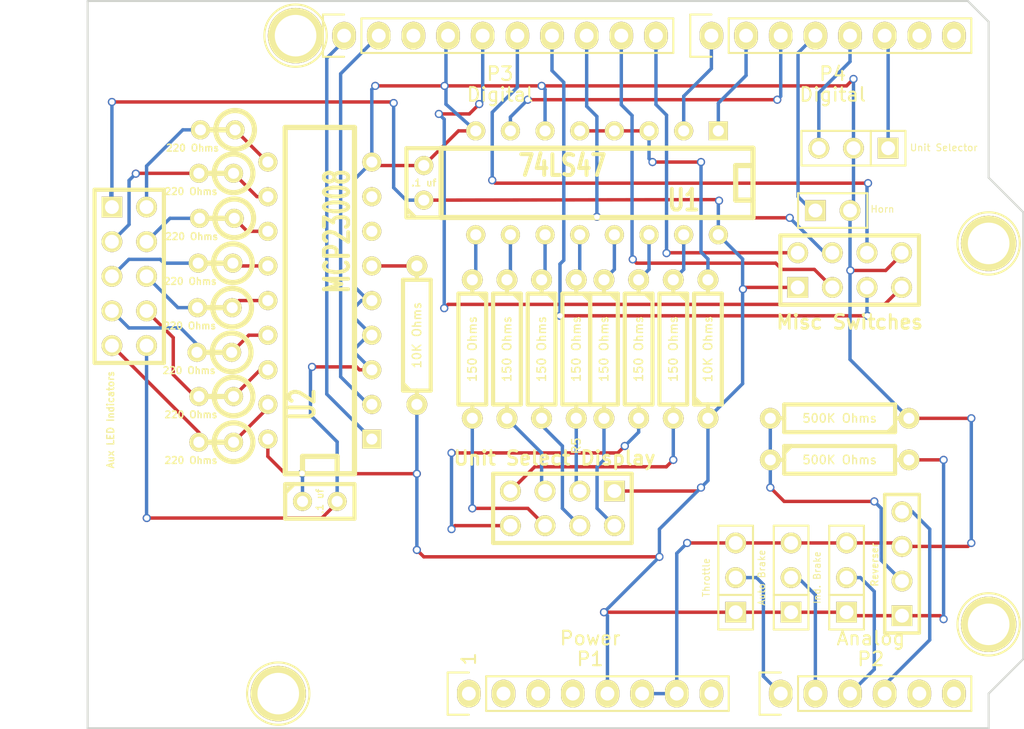
<source format=kicad_pcb>
(kicad_pcb (version 3) (host pcbnew "(2013-june-11)-stable")

  (general
    (links 87)
    (no_connects 0)
    (area 104.572999 71.742 182.868555 127.394)
    (thickness 1.6)
    (drawings 27)
    (tracks 343)
    (zones 0)
    (modules 40)
    (nets 54)
  )

  (page A4)
  (layers
    (15 F.Cu signal)
    (0 B.Cu signal)
    (16 B.Adhes user)
    (17 F.Adhes user)
    (18 B.Paste user)
    (19 F.Paste user)
    (20 B.SilkS user)
    (21 F.SilkS user)
    (22 B.Mask user)
    (23 F.Mask user)
    (24 Dwgs.User user)
    (25 Cmts.User user)
    (26 Eco1.User user)
    (27 Eco2.User user)
    (28 Edge.Cuts user)
  )

  (setup
    (last_trace_width 0.25)
    (trace_clearance 0.2)
    (zone_clearance 0.508)
    (zone_45_only no)
    (trace_min 0.2)
    (segment_width 0.15)
    (edge_width 0.15)
    (via_size 0.6)
    (via_drill 0.4)
    (via_min_size 0.4)
    (via_min_drill 0.3)
    (uvia_size 0.3)
    (uvia_drill 0.1)
    (uvias_allowed no)
    (uvia_min_size 0.2)
    (uvia_min_drill 0.1)
    (pcb_text_width 0.3)
    (pcb_text_size 1.5 1.5)
    (mod_edge_width 0.15)
    (mod_text_size 1 1)
    (mod_text_width 0.15)
    (pad_size 4.064 4.064)
    (pad_drill 3.048)
    (pad_to_mask_clearance 0)
    (aux_axis_origin 110.998 126.365)
    (visible_elements FFFFFF7F)
    (pcbplotparams
      (layerselection 3178497)
      (usegerberextensions false)
      (excludeedgelayer true)
      (linewidth 0.100000)
      (plotframeref false)
      (viasonmask false)
      (mode 1)
      (useauxorigin false)
      (hpglpennumber 1)
      (hpglpenspeed 20)
      (hpglpendiameter 15)
      (hpglpenoverlay 2)
      (psnegative false)
      (psa4output false)
      (plotreference true)
      (plotvalue true)
      (plotothertext true)
      (plotinvisibletext false)
      (padsonsilk false)
      (subtractmaskfromsilk false)
      (outputformat 1)
      (mirror false)
      (drillshape 1)
      (scaleselection 1)
      (outputdirectory ""))
  )

  (net 0 "")
  (net 1 +5V)
  (net 2 /A0)
  (net 3 /A1)
  (net 4 /A2)
  (net 5 /A3)
  (net 6 "/A4(SDA)")
  (net 7 "/A5(SCL)")
  (net 8 /D10)
  (net 9 /D11)
  (net 10 /D12)
  (net 11 /D13)
  (net 12 /D2)
  (net 13 /D3)
  (net 14 /D4)
  (net 15 /D5)
  (net 16 /D6)
  (net 17 /D7)
  (net 18 /D8)
  (net 19 /D9)
  (net 20 GND)
  (net 21 N-000001)
  (net 22 N-0000010)
  (net 23 N-00000112)
  (net 24 N-0000013)
  (net 25 N-000002)
  (net 26 N-0000022)
  (net 27 N-0000023)
  (net 28 N-0000024)
  (net 29 N-000003)
  (net 30 N-000004)
  (net 31 N-0000049)
  (net 32 N-000005)
  (net 33 N-0000055)
  (net 34 N-0000056)
  (net 35 N-0000057)
  (net 36 N-0000058)
  (net 37 N-0000059)
  (net 38 N-000006)
  (net 39 N-0000060)
  (net 40 N-0000061)
  (net 41 N-0000062)
  (net 42 N-0000063)
  (net 43 N-0000064)
  (net 44 N-0000065)
  (net 45 N-0000066)
  (net 46 N-0000067)
  (net 47 N-0000068)
  (net 48 N-0000069)
  (net 49 N-000007)
  (net 50 N-0000070)
  (net 51 N-000008)
  (net 52 N-000009)
  (net 53 N-0000095)

  (net_class Default "This is the default net class."
    (clearance 0.2)
    (trace_width 0.25)
    (via_dia 0.6)
    (via_drill 0.4)
    (uvia_dia 0.3)
    (uvia_drill 0.1)
    (add_net "")
    (add_net +5V)
    (add_net /A0)
    (add_net /A1)
    (add_net /A2)
    (add_net /A3)
    (add_net "/A4(SDA)")
    (add_net "/A5(SCL)")
    (add_net /D10)
    (add_net /D11)
    (add_net /D12)
    (add_net /D13)
    (add_net /D2)
    (add_net /D3)
    (add_net /D4)
    (add_net /D5)
    (add_net /D6)
    (add_net /D7)
    (add_net /D8)
    (add_net /D9)
    (add_net GND)
    (add_net N-000001)
    (add_net N-0000010)
    (add_net N-00000112)
    (add_net N-0000013)
    (add_net N-000002)
    (add_net N-0000022)
    (add_net N-0000023)
    (add_net N-0000024)
    (add_net N-000003)
    (add_net N-000004)
    (add_net N-0000049)
    (add_net N-000005)
    (add_net N-0000055)
    (add_net N-0000056)
    (add_net N-0000057)
    (add_net N-0000058)
    (add_net N-0000059)
    (add_net N-000006)
    (add_net N-0000060)
    (add_net N-0000061)
    (add_net N-0000062)
    (add_net N-0000063)
    (add_net N-0000064)
    (add_net N-0000065)
    (add_net N-0000066)
    (add_net N-0000067)
    (add_net N-0000068)
    (add_net N-0000069)
    (add_net N-000007)
    (add_net N-0000070)
    (add_net N-000008)
    (add_net N-000009)
    (add_net N-0000095)
  )

  (module Socket_Arduino_Uno:Socket_Strip_Arduino_1x08   locked (layer F.Cu) (tedit 552168D2) (tstamp 551AF9EA)
    (at 138.938 123.825)
    (descr "Through hole socket strip")
    (tags "socket strip")
    (path /56D70129)
    (fp_text reference P1 (at 8.89 -2.54) (layer F.SilkS)
      (effects (font (size 1 1) (thickness 0.15)))
    )
    (fp_text value Power (at 8.89 -4.064) (layer F.SilkS)
      (effects (font (size 1 1) (thickness 0.15)))
    )
    (fp_line (start -1.75 -1.75) (end -1.75 1.75) (layer Eco1.User) (width 0.05))
    (fp_line (start 19.55 -1.75) (end 19.55 1.75) (layer Eco1.User) (width 0.05))
    (fp_line (start -1.75 -1.75) (end 19.55 -1.75) (layer Eco1.User) (width 0.05))
    (fp_line (start -1.75 1.75) (end 19.55 1.75) (layer Eco1.User) (width 0.05))
    (fp_line (start 1.27 1.27) (end 19.05 1.27) (layer F.SilkS) (width 0.15))
    (fp_line (start 19.05 1.27) (end 19.05 -1.27) (layer F.SilkS) (width 0.15))
    (fp_line (start 19.05 -1.27) (end 1.27 -1.27) (layer F.SilkS) (width 0.15))
    (fp_line (start -1.55 1.55) (end 0 1.55) (layer F.SilkS) (width 0.15))
    (fp_line (start 1.27 1.27) (end 1.27 -1.27) (layer F.SilkS) (width 0.15))
    (fp_line (start 0 -1.55) (end -1.55 -1.55) (layer F.SilkS) (width 0.15))
    (fp_line (start -1.55 -1.55) (end -1.55 1.55) (layer F.SilkS) (width 0.15))
    (pad 1 thru_hole oval (at 0 0) (size 1.7272 2.032) (drill 1.016)
      (layers *.Cu *.Mask F.SilkS)
    )
    (pad 2 thru_hole oval (at 2.54 0) (size 1.7272 2.032) (drill 1.016)
      (layers *.Cu *.Mask F.SilkS)
    )
    (pad 3 thru_hole oval (at 5.08 0) (size 1.7272 2.032) (drill 1.016)
      (layers *.Cu *.Mask F.SilkS)
    )
    (pad 4 thru_hole oval (at 7.62 0) (size 1.7272 2.032) (drill 1.016)
      (layers *.Cu *.Mask F.SilkS)
    )
    (pad 5 thru_hole oval (at 10.16 0) (size 1.7272 2.032) (drill 1.016)
      (layers *.Cu *.Mask F.SilkS)
      (net 1 +5V)
    )
    (pad 6 thru_hole oval (at 12.7 0) (size 1.7272 2.032) (drill 1.016)
      (layers *.Cu *.Mask F.SilkS)
      (net 20 GND)
    )
    (pad 7 thru_hole oval (at 15.24 0) (size 1.7272 2.032) (drill 1.016)
      (layers *.Cu *.Mask F.SilkS)
      (net 20 GND)
    )
    (pad 8 thru_hole oval (at 17.78 0) (size 1.7272 2.032) (drill 1.016)
      (layers *.Cu *.Mask F.SilkS)
    )
    (model ${KIPRJMOD}/Socket_Arduino_Uno.3dshapes/Socket_header_Arduino_1x08.wrl
      (at (xyz 0.35 0 0))
      (scale (xyz 1 1 1))
      (rotate (xyz 0 0 180))
    )
  )

  (module Socket_Arduino_Uno:Socket_Strip_Arduino_1x06   locked (layer F.Cu) (tedit 552168D6) (tstamp 551AF9FF)
    (at 161.798 123.825)
    (descr "Through hole socket strip")
    (tags "socket strip")
    (path /56D70DD8)
    (fp_text reference P2 (at 6.604 -2.54) (layer F.SilkS)
      (effects (font (size 1 1) (thickness 0.15)))
    )
    (fp_text value Analog (at 6.604 -4.064) (layer F.SilkS)
      (effects (font (size 1 1) (thickness 0.15)))
    )
    (fp_line (start -1.75 -1.75) (end -1.75 1.75) (layer Eco1.User) (width 0.05))
    (fp_line (start 14.45 -1.75) (end 14.45 1.75) (layer Eco1.User) (width 0.05))
    (fp_line (start -1.75 -1.75) (end 14.45 -1.75) (layer Eco1.User) (width 0.05))
    (fp_line (start -1.75 1.75) (end 14.45 1.75) (layer Eco1.User) (width 0.05))
    (fp_line (start 1.27 1.27) (end 13.97 1.27) (layer F.SilkS) (width 0.15))
    (fp_line (start 13.97 1.27) (end 13.97 -1.27) (layer F.SilkS) (width 0.15))
    (fp_line (start 13.97 -1.27) (end 1.27 -1.27) (layer F.SilkS) (width 0.15))
    (fp_line (start -1.55 1.55) (end 0 1.55) (layer F.SilkS) (width 0.15))
    (fp_line (start 1.27 1.27) (end 1.27 -1.27) (layer F.SilkS) (width 0.15))
    (fp_line (start 0 -1.55) (end -1.55 -1.55) (layer F.SilkS) (width 0.15))
    (fp_line (start -1.55 -1.55) (end -1.55 1.55) (layer F.SilkS) (width 0.15))
    (pad 1 thru_hole oval (at 0 0) (size 1.7272 2.032) (drill 1.016)
      (layers *.Cu *.Mask F.SilkS)
      (net 2 /A0)
    )
    (pad 2 thru_hole oval (at 2.54 0) (size 1.7272 2.032) (drill 1.016)
      (layers *.Cu *.Mask F.SilkS)
      (net 3 /A1)
    )
    (pad 3 thru_hole oval (at 5.08 0) (size 1.7272 2.032) (drill 1.016)
      (layers *.Cu *.Mask F.SilkS)
      (net 4 /A2)
    )
    (pad 4 thru_hole oval (at 7.62 0) (size 1.7272 2.032) (drill 1.016)
      (layers *.Cu *.Mask F.SilkS)
      (net 5 /A3)
    )
    (pad 5 thru_hole oval (at 10.16 0) (size 1.7272 2.032) (drill 1.016)
      (layers *.Cu *.Mask F.SilkS)
    )
    (pad 6 thru_hole oval (at 12.7 0) (size 1.7272 2.032) (drill 1.016)
      (layers *.Cu *.Mask F.SilkS)
    )
    (model ${KIPRJMOD}/Socket_Arduino_Uno.3dshapes/Socket_header_Arduino_1x06.wrl
      (at (xyz 0.25 0 0))
      (scale (xyz 1 1 1))
      (rotate (xyz 0 0 180))
    )
  )

  (module Socket_Arduino_Uno:Socket_Strip_Arduino_1x10   locked (layer F.Cu) (tedit 552168BF) (tstamp 551AFA18)
    (at 129.794 75.565)
    (descr "Through hole socket strip")
    (tags "socket strip")
    (path /56D721E0)
    (fp_text reference P3 (at 11.43 2.794) (layer F.SilkS)
      (effects (font (size 1 1) (thickness 0.15)))
    )
    (fp_text value Digital (at 11.43 4.318) (layer F.SilkS)
      (effects (font (size 1 1) (thickness 0.15)))
    )
    (fp_line (start -1.75 -1.75) (end -1.75 1.75) (layer Eco1.User) (width 0.05))
    (fp_line (start 24.65 -1.75) (end 24.65 1.75) (layer Eco1.User) (width 0.05))
    (fp_line (start -1.75 -1.75) (end 24.65 -1.75) (layer Eco1.User) (width 0.05))
    (fp_line (start -1.75 1.75) (end 24.65 1.75) (layer Eco1.User) (width 0.05))
    (fp_line (start 1.27 1.27) (end 24.13 1.27) (layer F.SilkS) (width 0.15))
    (fp_line (start 24.13 1.27) (end 24.13 -1.27) (layer F.SilkS) (width 0.15))
    (fp_line (start 24.13 -1.27) (end 1.27 -1.27) (layer F.SilkS) (width 0.15))
    (fp_line (start -1.55 1.55) (end 0 1.55) (layer F.SilkS) (width 0.15))
    (fp_line (start 1.27 1.27) (end 1.27 -1.27) (layer F.SilkS) (width 0.15))
    (fp_line (start 0 -1.55) (end -1.55 -1.55) (layer F.SilkS) (width 0.15))
    (fp_line (start -1.55 -1.55) (end -1.55 1.55) (layer F.SilkS) (width 0.15))
    (pad 1 thru_hole oval (at 0 0) (size 1.7272 2.032) (drill 1.016)
      (layers *.Cu *.Mask F.SilkS)
      (net 7 "/A5(SCL)")
    )
    (pad 2 thru_hole oval (at 2.54 0) (size 1.7272 2.032) (drill 1.016)
      (layers *.Cu *.Mask F.SilkS)
      (net 6 "/A4(SDA)")
    )
    (pad 3 thru_hole oval (at 5.08 0) (size 1.7272 2.032) (drill 1.016)
      (layers *.Cu *.Mask F.SilkS)
    )
    (pad 4 thru_hole oval (at 7.62 0) (size 1.7272 2.032) (drill 1.016)
      (layers *.Cu *.Mask F.SilkS)
      (net 20 GND)
    )
    (pad 5 thru_hole oval (at 10.16 0) (size 1.7272 2.032) (drill 1.016)
      (layers *.Cu *.Mask F.SilkS)
      (net 11 /D13)
    )
    (pad 6 thru_hole oval (at 12.7 0) (size 1.7272 2.032) (drill 1.016)
      (layers *.Cu *.Mask F.SilkS)
      (net 10 /D12)
    )
    (pad 7 thru_hole oval (at 15.24 0) (size 1.7272 2.032) (drill 1.016)
      (layers *.Cu *.Mask F.SilkS)
      (net 9 /D11)
    )
    (pad 8 thru_hole oval (at 17.78 0) (size 1.7272 2.032) (drill 1.016)
      (layers *.Cu *.Mask F.SilkS)
      (net 8 /D10)
    )
    (pad 9 thru_hole oval (at 20.32 0) (size 1.7272 2.032) (drill 1.016)
      (layers *.Cu *.Mask F.SilkS)
      (net 19 /D9)
    )
    (pad 10 thru_hole oval (at 22.86 0) (size 1.7272 2.032) (drill 1.016)
      (layers *.Cu *.Mask F.SilkS)
      (net 18 /D8)
    )
    (model ${KIPRJMOD}/Socket_Arduino_Uno.3dshapes/Socket_header_Arduino_1x10.wrl
      (at (xyz 0.45 0 0))
      (scale (xyz 1 1 1))
      (rotate (xyz 0 0 180))
    )
  )

  (module Socket_Arduino_Uno:Socket_Strip_Arduino_1x08   locked (layer F.Cu) (tedit 552168C7) (tstamp 551AFA2F)
    (at 156.718 75.565)
    (descr "Through hole socket strip")
    (tags "socket strip")
    (path /56D7164F)
    (fp_text reference P4 (at 8.89 2.794) (layer F.SilkS)
      (effects (font (size 1 1) (thickness 0.15)))
    )
    (fp_text value Digital (at 8.89 4.318) (layer F.SilkS)
      (effects (font (size 1 1) (thickness 0.15)))
    )
    (fp_line (start -1.75 -1.75) (end -1.75 1.75) (layer Eco1.User) (width 0.05))
    (fp_line (start 19.55 -1.75) (end 19.55 1.75) (layer Eco1.User) (width 0.05))
    (fp_line (start -1.75 -1.75) (end 19.55 -1.75) (layer Eco1.User) (width 0.05))
    (fp_line (start -1.75 1.75) (end 19.55 1.75) (layer Eco1.User) (width 0.05))
    (fp_line (start 1.27 1.27) (end 19.05 1.27) (layer F.SilkS) (width 0.15))
    (fp_line (start 19.05 1.27) (end 19.05 -1.27) (layer F.SilkS) (width 0.15))
    (fp_line (start 19.05 -1.27) (end 1.27 -1.27) (layer F.SilkS) (width 0.15))
    (fp_line (start -1.55 1.55) (end 0 1.55) (layer F.SilkS) (width 0.15))
    (fp_line (start 1.27 1.27) (end 1.27 -1.27) (layer F.SilkS) (width 0.15))
    (fp_line (start 0 -1.55) (end -1.55 -1.55) (layer F.SilkS) (width 0.15))
    (fp_line (start -1.55 -1.55) (end -1.55 1.55) (layer F.SilkS) (width 0.15))
    (pad 1 thru_hole oval (at 0 0) (size 1.7272 2.032) (drill 1.016)
      (layers *.Cu *.Mask F.SilkS)
      (net 17 /D7)
    )
    (pad 2 thru_hole oval (at 2.54 0) (size 1.7272 2.032) (drill 1.016)
      (layers *.Cu *.Mask F.SilkS)
      (net 16 /D6)
    )
    (pad 3 thru_hole oval (at 5.08 0) (size 1.7272 2.032) (drill 1.016)
      (layers *.Cu *.Mask F.SilkS)
      (net 15 /D5)
    )
    (pad 4 thru_hole oval (at 7.62 0) (size 1.7272 2.032) (drill 1.016)
      (layers *.Cu *.Mask F.SilkS)
      (net 14 /D4)
    )
    (pad 5 thru_hole oval (at 10.16 0) (size 1.7272 2.032) (drill 1.016)
      (layers *.Cu *.Mask F.SilkS)
      (net 13 /D3)
    )
    (pad 6 thru_hole oval (at 12.7 0) (size 1.7272 2.032) (drill 1.016)
      (layers *.Cu *.Mask F.SilkS)
      (net 12 /D2)
    )
    (pad 7 thru_hole oval (at 15.24 0) (size 1.7272 2.032) (drill 1.016)
      (layers *.Cu *.Mask F.SilkS)
    )
    (pad 8 thru_hole oval (at 17.78 0) (size 1.7272 2.032) (drill 1.016)
      (layers *.Cu *.Mask F.SilkS)
    )
    (model ${KIPRJMOD}/Socket_Arduino_Uno.3dshapes/Socket_header_Arduino_1x08.wrl
      (at (xyz 0.35 0 0))
      (scale (xyz 1 1 1))
      (rotate (xyz 0 0 180))
    )
  )

  (module Socket_Arduino_Uno:Arduino_1pin   locked (layer F.Cu) (tedit 5524FC39) (tstamp 5524FC3F)
    (at 124.968 123.825)
    (descr "module 1 pin (ou trou mecanique de percage)")
    (tags DEV)
    (path /56D71177)
    (fp_text reference P5 (at 0 -3.048) (layer F.SilkS) hide
      (effects (font (size 1 1) (thickness 0.15)))
    )
    (fp_text value CONN_01X01 (at 0 2.794) (layer F.SilkS) hide
      (effects (font (size 1 1) (thickness 0.15)))
    )
    (fp_circle (center 0 0) (end 0 -2.286) (layer F.SilkS) (width 0.15))
    (pad 1 thru_hole circle (at 0 0) (size 4.064 4.064) (drill 3.048)
      (layers *.Cu *.Mask F.SilkS)
    )
  )

  (module Socket_Arduino_Uno:Arduino_1pin   locked (layer F.Cu) (tedit 5524FC4A) (tstamp 5524FC44)
    (at 177.038 118.745)
    (descr "module 1 pin (ou trou mecanique de percage)")
    (tags DEV)
    (path /56D71274)
    (fp_text reference P6 (at 0 -3.048) (layer F.SilkS) hide
      (effects (font (size 1 1) (thickness 0.15)))
    )
    (fp_text value CONN_01X01 (at 0 2.794) (layer F.SilkS) hide
      (effects (font (size 1 1) (thickness 0.15)))
    )
    (fp_circle (center 0 0) (end 0 -2.286) (layer F.SilkS) (width 0.15))
    (pad 1 thru_hole circle (at 0 0) (size 4.064 4.064) (drill 3.048)
      (layers *.Cu *.Mask F.SilkS)
    )
  )

  (module Socket_Arduino_Uno:Arduino_1pin   locked (layer F.Cu) (tedit 5524FC2F) (tstamp 5524FC49)
    (at 126.238 75.565)
    (descr "module 1 pin (ou trou mecanique de percage)")
    (tags DEV)
    (path /56D712A8)
    (fp_text reference P7 (at 0 -3.048) (layer F.SilkS) hide
      (effects (font (size 1 1) (thickness 0.15)))
    )
    (fp_text value CONN_01X01 (at 0 2.794) (layer F.SilkS) hide
      (effects (font (size 1 1) (thickness 0.15)))
    )
    (fp_circle (center 0 0) (end 0 -2.286) (layer F.SilkS) (width 0.15))
    (pad 1 thru_hole circle (at 0 0) (size 4.064 4.064) (drill 3.048)
      (layers *.Cu *.Mask F.SilkS)
    )
  )

  (module Socket_Arduino_Uno:Arduino_1pin   locked (layer F.Cu) (tedit 5524FC41) (tstamp 5524FC4E)
    (at 177.038 90.805)
    (descr "module 1 pin (ou trou mecanique de percage)")
    (tags DEV)
    (path /56D712DB)
    (fp_text reference P8 (at 0 -3.048) (layer F.SilkS) hide
      (effects (font (size 1 1) (thickness 0.15)))
    )
    (fp_text value CONN_01X01 (at 0 2.794) (layer F.SilkS) hide
      (effects (font (size 1 1) (thickness 0.15)))
    )
    (fp_circle (center 0 0) (end 0 -2.286) (layer F.SilkS) (width 0.15))
    (pad 1 thru_hole circle (at 0 0) (size 4.064 4.064) (drill 3.048)
      (layers *.Cu *.Mask F.SilkS)
    )
  )

  (module R4 (layer F.Cu) (tedit 597E4D6C) (tstamp 597E47EF)
    (at 166.116 106.68)
    (descr "Resitance 4 pas")
    (tags R)
    (path /597E47C9)
    (autoplace_cost180 10)
    (fp_text reference R1 (at 0 2.032) (layer F.SilkS) hide
      (effects (font (size 0.625 0.625) (thickness 0.1016)))
    )
    (fp_text value "500K Ohms" (at 0 0) (layer F.SilkS)
      (effects (font (size 0.625 0.625) (thickness 0.1016)))
    )
    (fp_line (start -5.08 0) (end -4.064 0) (layer F.SilkS) (width 0.3048))
    (fp_line (start -4.064 0) (end -4.064 -1.016) (layer F.SilkS) (width 0.3048))
    (fp_line (start -4.064 -1.016) (end 4.064 -1.016) (layer F.SilkS) (width 0.3048))
    (fp_line (start 4.064 -1.016) (end 4.064 1.016) (layer F.SilkS) (width 0.3048))
    (fp_line (start 4.064 1.016) (end -4.064 1.016) (layer F.SilkS) (width 0.3048))
    (fp_line (start -4.064 1.016) (end -4.064 0) (layer F.SilkS) (width 0.3048))
    (fp_line (start -4.064 -0.508) (end -3.556 -1.016) (layer F.SilkS) (width 0.3048))
    (fp_line (start 5.08 0) (end 4.064 0) (layer F.SilkS) (width 0.3048))
    (pad 1 thru_hole circle (at -5.08 0) (size 1.524 1.524) (drill 0.8128)
      (layers *.Cu *.Mask F.SilkS)
      (net 31 N-0000049)
    )
    (pad 2 thru_hole circle (at 5.08 0) (size 1.524 1.524) (drill 0.8128)
      (layers *.Cu *.Mask F.SilkS)
      (net 1 +5V)
    )
    (model discret/resistor.wrl
      (at (xyz 0 0 0))
      (scale (xyz 0.4 0.4 0.4))
      (rotate (xyz 0 0 0))
    )
  )

  (module R4 (layer F.Cu) (tedit 597E4D75) (tstamp 597E47FD)
    (at 166.116 103.632 180)
    (descr "Resitance 4 pas")
    (tags R)
    (path /597E47D8)
    (autoplace_cost180 10)
    (fp_text reference R2 (at 0 2.032 180) (layer F.SilkS) hide
      (effects (font (size 0.625 0.625) (thickness 0.1016)))
    )
    (fp_text value "500K Ohms" (at 0 0 180) (layer F.SilkS)
      (effects (font (size 0.625 0.625) (thickness 0.1016)))
    )
    (fp_line (start -5.08 0) (end -4.064 0) (layer F.SilkS) (width 0.3048))
    (fp_line (start -4.064 0) (end -4.064 -1.016) (layer F.SilkS) (width 0.3048))
    (fp_line (start -4.064 -1.016) (end 4.064 -1.016) (layer F.SilkS) (width 0.3048))
    (fp_line (start 4.064 -1.016) (end 4.064 1.016) (layer F.SilkS) (width 0.3048))
    (fp_line (start 4.064 1.016) (end -4.064 1.016) (layer F.SilkS) (width 0.3048))
    (fp_line (start -4.064 1.016) (end -4.064 0) (layer F.SilkS) (width 0.3048))
    (fp_line (start -4.064 -0.508) (end -3.556 -1.016) (layer F.SilkS) (width 0.3048))
    (fp_line (start 5.08 0) (end 4.064 0) (layer F.SilkS) (width 0.3048))
    (pad 1 thru_hole circle (at -5.08 0 180) (size 1.524 1.524) (drill 0.8128)
      (layers *.Cu *.Mask F.SilkS)
      (net 20 GND)
    )
    (pad 2 thru_hole circle (at 5.08 0 180) (size 1.524 1.524) (drill 0.8128)
      (layers *.Cu *.Mask F.SilkS)
      (net 31 N-0000049)
    )
    (model discret/resistor.wrl
      (at (xyz 0 0 0))
      (scale (xyz 0.4 0.4 0.4))
      (rotate (xyz 0 0 0))
    )
  )

  (module PIN_ARRAY_4x1 (layer F.Cu) (tedit 59885E1F) (tstamp 597E4A2B)
    (at 170.688 114.3 90)
    (descr "Double rangee de contacts 2 x 5 pins")
    (tags CONN)
    (path /597E46F9)
    (fp_text reference P10 (at 4.572 2.032 90) (layer F.SilkS) hide
      (effects (font (size 0.5 0.5) (thickness 0.1016)))
    )
    (fp_text value Reverser (at -0.0762 -2.0066 90) (layer F.SilkS)
      (effects (font (size 0.5 0.5) (thickness 0.1016)))
    )
    (fp_line (start 5.08 1.27) (end -5.08 1.27) (layer F.SilkS) (width 0.254))
    (fp_line (start 5.08 -1.27) (end -5.08 -1.27) (layer F.SilkS) (width 0.254))
    (fp_line (start -5.08 -1.27) (end -5.08 1.27) (layer F.SilkS) (width 0.254))
    (fp_line (start 5.08 1.27) (end 5.08 -1.27) (layer F.SilkS) (width 0.254))
    (pad 1 thru_hole rect (at -3.81 0 90) (size 1.524 1.524) (drill 1.016)
      (layers *.Cu *.Mask F.SilkS)
      (net 1 +5V)
    )
    (pad 2 thru_hole circle (at -1.27 0 90) (size 1.524 1.524) (drill 1.016)
      (layers *.Cu *.Mask F.SilkS)
      (net 31 N-0000049)
    )
    (pad 3 thru_hole circle (at 1.27 0 90) (size 1.524 1.524) (drill 1.016)
      (layers *.Cu *.Mask F.SilkS)
      (net 20 GND)
    )
    (pad 4 thru_hole circle (at 3.81 0 90) (size 1.524 1.524) (drill 1.016)
      (layers *.Cu *.Mask F.SilkS)
      (net 5 /A3)
    )
    (model pin_array\pins_array_4x1.wrl
      (at (xyz 0 0 0))
      (scale (xyz 1 1 1))
      (rotate (xyz 0 0 0))
    )
  )

  (module PIN_ARRAY_3X1 (layer F.Cu) (tedit 597E4CE6) (tstamp 597E4815)
    (at 158.496 115.316 90)
    (descr "Connecteur 3 pins")
    (tags "CONN DEV")
    (path /597E412E)
    (fp_text reference K4 (at 5.08 0 90) (layer F.SilkS) hide
      (effects (font (size 0.5 0.5) (thickness 0.0625)))
    )
    (fp_text value Throttle (at 0 -2.159 90) (layer F.SilkS)
      (effects (font (size 0.5 0.5) (thickness 0.075)))
    )
    (fp_line (start -3.81 1.27) (end -3.81 -1.27) (layer F.SilkS) (width 0.1524))
    (fp_line (start -3.81 -1.27) (end 3.81 -1.27) (layer F.SilkS) (width 0.1524))
    (fp_line (start 3.81 -1.27) (end 3.81 1.27) (layer F.SilkS) (width 0.1524))
    (fp_line (start 3.81 1.27) (end -3.81 1.27) (layer F.SilkS) (width 0.1524))
    (fp_line (start -1.27 -1.27) (end -1.27 1.27) (layer F.SilkS) (width 0.1524))
    (pad 1 thru_hole rect (at -2.54 0 90) (size 1.524 1.524) (drill 1.016)
      (layers *.Cu *.Mask F.SilkS)
      (net 1 +5V)
    )
    (pad 2 thru_hole circle (at 0 0 90) (size 1.524 1.524) (drill 1.016)
      (layers *.Cu *.Mask F.SilkS)
      (net 2 /A0)
    )
    (pad 3 thru_hole circle (at 2.54 0 90) (size 1.524 1.524) (drill 1.016)
      (layers *.Cu *.Mask F.SilkS)
      (net 20 GND)
    )
    (model pin_array/pins_array_3x1.wrl
      (at (xyz 0 0 0))
      (scale (xyz 1 1 1))
      (rotate (xyz 0 0 0))
    )
  )

  (module PIN_ARRAY_3X1 (layer F.Cu) (tedit 597E4D00) (tstamp 597E4821)
    (at 162.56 115.316 90)
    (descr "Connecteur 3 pins")
    (tags "CONN DEV")
    (path /597E4300)
    (fp_text reference K5 (at 5.08 0 90) (layer F.SilkS) hide
      (effects (font (size 0.5 0.5) (thickness 0.075)))
    )
    (fp_text value "Auto Brake" (at 0 -2.159 90) (layer F.SilkS)
      (effects (font (size 0.5 0.5) (thickness 0.075)))
    )
    (fp_line (start -3.81 1.27) (end -3.81 -1.27) (layer F.SilkS) (width 0.1524))
    (fp_line (start -3.81 -1.27) (end 3.81 -1.27) (layer F.SilkS) (width 0.1524))
    (fp_line (start 3.81 -1.27) (end 3.81 1.27) (layer F.SilkS) (width 0.1524))
    (fp_line (start 3.81 1.27) (end -3.81 1.27) (layer F.SilkS) (width 0.1524))
    (fp_line (start -1.27 -1.27) (end -1.27 1.27) (layer F.SilkS) (width 0.1524))
    (pad 1 thru_hole rect (at -2.54 0 90) (size 1.524 1.524) (drill 1.016)
      (layers *.Cu *.Mask F.SilkS)
      (net 1 +5V)
    )
    (pad 2 thru_hole circle (at 0 0 90) (size 1.524 1.524) (drill 1.016)
      (layers *.Cu *.Mask F.SilkS)
      (net 3 /A1)
    )
    (pad 3 thru_hole circle (at 2.54 0 90) (size 1.524 1.524) (drill 1.016)
      (layers *.Cu *.Mask F.SilkS)
      (net 20 GND)
    )
    (model pin_array/pins_array_3x1.wrl
      (at (xyz 0 0 0))
      (scale (xyz 1 1 1))
      (rotate (xyz 0 0 0))
    )
  )

  (module PIN_ARRAY_3X1 (layer F.Cu) (tedit 597E4D12) (tstamp 597E482D)
    (at 166.624 115.316 90)
    (descr "Connecteur 3 pins")
    (tags "CONN DEV")
    (path /597E4507)
    (fp_text reference K6 (at 5.08 0 90) (layer F.SilkS) hide
      (effects (font (size 0.5 0.5) (thickness 0.075)))
    )
    (fp_text value "Ind. Brake" (at 0 -2.159 90) (layer F.SilkS)
      (effects (font (size 0.5 0.5) (thickness 0.075)))
    )
    (fp_line (start -3.81 1.27) (end -3.81 -1.27) (layer F.SilkS) (width 0.1524))
    (fp_line (start -3.81 -1.27) (end 3.81 -1.27) (layer F.SilkS) (width 0.1524))
    (fp_line (start 3.81 -1.27) (end 3.81 1.27) (layer F.SilkS) (width 0.1524))
    (fp_line (start 3.81 1.27) (end -3.81 1.27) (layer F.SilkS) (width 0.1524))
    (fp_line (start -1.27 -1.27) (end -1.27 1.27) (layer F.SilkS) (width 0.1524))
    (pad 1 thru_hole rect (at -2.54 0 90) (size 1.524 1.524) (drill 1.016)
      (layers *.Cu *.Mask F.SilkS)
      (net 1 +5V)
    )
    (pad 2 thru_hole circle (at 0 0 90) (size 1.524 1.524) (drill 1.016)
      (layers *.Cu *.Mask F.SilkS)
      (net 4 /A2)
    )
    (pad 3 thru_hole circle (at 2.54 0 90) (size 1.524 1.524) (drill 1.016)
      (layers *.Cu *.Mask F.SilkS)
      (net 20 GND)
    )
    (model pin_array/pins_array_3x1.wrl
      (at (xyz 0 0 0))
      (scale (xyz 1 1 1))
      (rotate (xyz 0 0 0))
    )
  )

  (module PIN_ARRAY_3X1 (layer F.Cu) (tedit 59885E02) (tstamp 597F70DA)
    (at 167.132 83.82 180)
    (descr "Connecteur 3 pins")
    (tags "CONN DEV")
    (path /597F6F8C)
    (fp_text reference K8 (at 5.08 0 180) (layer F.SilkS) hide
      (effects (font (size 0.5 0.5) (thickness 0.075)))
    )
    (fp_text value "Unit Selector" (at -6.6167 0.0381 180) (layer F.SilkS)
      (effects (font (size 0.5 0.5) (thickness 0.075)))
    )
    (fp_line (start -3.81 1.27) (end -3.81 -1.27) (layer F.SilkS) (width 0.1524))
    (fp_line (start -3.81 -1.27) (end 3.81 -1.27) (layer F.SilkS) (width 0.1524))
    (fp_line (start 3.81 -1.27) (end 3.81 1.27) (layer F.SilkS) (width 0.1524))
    (fp_line (start 3.81 1.27) (end -3.81 1.27) (layer F.SilkS) (width 0.1524))
    (fp_line (start -1.27 -1.27) (end -1.27 1.27) (layer F.SilkS) (width 0.1524))
    (pad 1 thru_hole rect (at -2.54 0 180) (size 1.524 1.524) (drill 1.016)
      (layers *.Cu *.Mask F.SilkS)
      (net 12 /D2)
    )
    (pad 2 thru_hole circle (at 0 0 180) (size 1.524 1.524) (drill 1.016)
      (layers *.Cu *.Mask F.SilkS)
      (net 20 GND)
    )
    (pad 3 thru_hole circle (at 2.54 0 180) (size 1.524 1.524) (drill 1.016)
      (layers *.Cu *.Mask F.SilkS)
      (net 13 /D3)
    )
    (model pin_array/pins_array_3x1.wrl
      (at (xyz 0 0 0))
      (scale (xyz 1 1 1))
      (rotate (xyz 0 0 0))
    )
  )

  (module PIN_ARRAY_2X1 (layer F.Cu) (tedit 59885DF6) (tstamp 597F8508)
    (at 165.608 88.392)
    (descr "Connecteurs 2 pins")
    (tags "CONN DEV")
    (path /597F8455)
    (fp_text reference P12 (at -4.064 0) (layer F.SilkS) hide
      (effects (font (size 0.5 0.5) (thickness 0.075)))
    )
    (fp_text value Horn (at 3.6449 -0.1016) (layer F.SilkS)
      (effects (font (size 0.5 0.5) (thickness 0.075)))
    )
    (fp_line (start -2.54 1.27) (end -2.54 -1.27) (layer F.SilkS) (width 0.1524))
    (fp_line (start -2.54 -1.27) (end 2.54 -1.27) (layer F.SilkS) (width 0.1524))
    (fp_line (start 2.54 -1.27) (end 2.54 1.27) (layer F.SilkS) (width 0.1524))
    (fp_line (start 2.54 1.27) (end -2.54 1.27) (layer F.SilkS) (width 0.1524))
    (pad 1 thru_hole rect (at -1.27 0) (size 1.524 1.524) (drill 1.016)
      (layers *.Cu *.Mask F.SilkS)
      (net 14 /D4)
    )
    (pad 2 thru_hole circle (at 1.27 0) (size 1.524 1.524) (drill 1.016)
      (layers *.Cu *.Mask F.SilkS)
      (net 20 GND)
    )
    (model pin_array/pins_array_2x1.wrl
      (at (xyz 0 0 0))
      (scale (xyz 1 1 1))
      (rotate (xyz 0 0 0))
    )
  )

  (module R4 (layer F.Cu) (tedit 597FC98D) (tstamp 597F98B0)
    (at 148.844 98.552 270)
    (descr "Resitance 4 pas")
    (tags R)
    (path /597F92AC)
    (autoplace_cost180 10)
    (fp_text reference R4 (at 7.1 0 270) (layer F.SilkS) hide
      (effects (font (size 0.625 0.625) (thickness 0.1016)))
    )
    (fp_text value "150 Ohms" (at 0 0 270) (layer F.SilkS)
      (effects (font (size 0.625 0.625) (thickness 0.1016)))
    )
    (fp_line (start -5.08 0) (end -4.064 0) (layer F.SilkS) (width 0.3048))
    (fp_line (start -4.064 0) (end -4.064 -1.016) (layer F.SilkS) (width 0.3048))
    (fp_line (start -4.064 -1.016) (end 4.064 -1.016) (layer F.SilkS) (width 0.3048))
    (fp_line (start 4.064 -1.016) (end 4.064 1.016) (layer F.SilkS) (width 0.3048))
    (fp_line (start 4.064 1.016) (end -4.064 1.016) (layer F.SilkS) (width 0.3048))
    (fp_line (start -4.064 1.016) (end -4.064 0) (layer F.SilkS) (width 0.3048))
    (fp_line (start -4.064 -0.508) (end -3.556 -1.016) (layer F.SilkS) (width 0.3048))
    (fp_line (start 5.08 0) (end 4.064 0) (layer F.SilkS) (width 0.3048))
    (pad 1 thru_hole circle (at -5.08 0 270) (size 1.524 1.524) (drill 0.8128)
      (layers *.Cu *.Mask F.SilkS)
      (net 22 N-0000010)
    )
    (pad 2 thru_hole circle (at 5.08 0 270) (size 1.524 1.524) (drill 0.8128)
      (layers *.Cu *.Mask F.SilkS)
      (net 30 N-000004)
    )
    (model discret/resistor.wrl
      (at (xyz 0 0 0))
      (scale (xyz 0.4 0.4 0.4))
      (rotate (xyz 0 0 0))
    )
  )

  (module R4 (layer F.Cu) (tedit 597FC9CD) (tstamp 597F98BE)
    (at 146.812 98.552 270)
    (descr "Resitance 4 pas")
    (tags R)
    (path /597F929D)
    (autoplace_cost180 10)
    (fp_text reference R5 (at 7.1 0 270) (layer F.SilkS)
      (effects (font (size 0.625 0.625) (thickness 0.1016)))
    )
    (fp_text value "150 Ohms" (at 0 0 270) (layer F.SilkS)
      (effects (font (size 0.625 0.625) (thickness 0.1016)))
    )
    (fp_line (start -5.08 0) (end -4.064 0) (layer F.SilkS) (width 0.3048))
    (fp_line (start -4.064 0) (end -4.064 -1.016) (layer F.SilkS) (width 0.3048))
    (fp_line (start -4.064 -1.016) (end 4.064 -1.016) (layer F.SilkS) (width 0.3048))
    (fp_line (start 4.064 -1.016) (end 4.064 1.016) (layer F.SilkS) (width 0.3048))
    (fp_line (start 4.064 1.016) (end -4.064 1.016) (layer F.SilkS) (width 0.3048))
    (fp_line (start -4.064 1.016) (end -4.064 0) (layer F.SilkS) (width 0.3048))
    (fp_line (start -4.064 -0.508) (end -3.556 -1.016) (layer F.SilkS) (width 0.3048))
    (fp_line (start 5.08 0) (end 4.064 0) (layer F.SilkS) (width 0.3048))
    (pad 1 thru_hole circle (at -5.08 0 270) (size 1.524 1.524) (drill 0.8128)
      (layers *.Cu *.Mask F.SilkS)
      (net 52 N-000009)
    )
    (pad 2 thru_hole circle (at 5.08 0 270) (size 1.524 1.524) (drill 0.8128)
      (layers *.Cu *.Mask F.SilkS)
      (net 29 N-000003)
    )
    (model discret/resistor.wrl
      (at (xyz 0 0 0))
      (scale (xyz 0.4 0.4 0.4))
      (rotate (xyz 0 0 0))
    )
  )

  (module R4 (layer F.Cu) (tedit 597FCA04) (tstamp 597F98CC)
    (at 144.272 98.552 270)
    (descr "Resitance 4 pas")
    (tags R)
    (path /597F928E)
    (autoplace_cost180 10)
    (fp_text reference R6 (at 7.1 0 270) (layer F.SilkS) hide
      (effects (font (size 0.625 0.625) (thickness 0.1016)))
    )
    (fp_text value "150 Ohms" (at 0 0 270) (layer F.SilkS)
      (effects (font (size 0.625 0.625) (thickness 0.1016)))
    )
    (fp_line (start -5.08 0) (end -4.064 0) (layer F.SilkS) (width 0.3048))
    (fp_line (start -4.064 0) (end -4.064 -1.016) (layer F.SilkS) (width 0.3048))
    (fp_line (start -4.064 -1.016) (end 4.064 -1.016) (layer F.SilkS) (width 0.3048))
    (fp_line (start 4.064 -1.016) (end 4.064 1.016) (layer F.SilkS) (width 0.3048))
    (fp_line (start 4.064 1.016) (end -4.064 1.016) (layer F.SilkS) (width 0.3048))
    (fp_line (start -4.064 1.016) (end -4.064 0) (layer F.SilkS) (width 0.3048))
    (fp_line (start -4.064 -0.508) (end -3.556 -1.016) (layer F.SilkS) (width 0.3048))
    (fp_line (start 5.08 0) (end 4.064 0) (layer F.SilkS) (width 0.3048))
    (pad 1 thru_hole circle (at -5.08 0 270) (size 1.524 1.524) (drill 0.8128)
      (layers *.Cu *.Mask F.SilkS)
      (net 51 N-000008)
    )
    (pad 2 thru_hole circle (at 5.08 0 270) (size 1.524 1.524) (drill 0.8128)
      (layers *.Cu *.Mask F.SilkS)
      (net 25 N-000002)
    )
    (model discret/resistor.wrl
      (at (xyz 0 0 0))
      (scale (xyz 0.4 0.4 0.4))
      (rotate (xyz 0 0 0))
    )
  )

  (module R4 (layer F.Cu) (tedit 597FCA37) (tstamp 597F98DA)
    (at 141.732 98.552 270)
    (descr "Resitance 4 pas")
    (tags R)
    (path /597F927F)
    (autoplace_cost180 10)
    (fp_text reference R7 (at 7.1 0 270) (layer F.SilkS) hide
      (effects (font (size 0.625 0.625) (thickness 0.1016)))
    )
    (fp_text value "150 Ohms" (at 0 0 270) (layer F.SilkS)
      (effects (font (size 0.625 0.625) (thickness 0.1016)))
    )
    (fp_line (start -5.08 0) (end -4.064 0) (layer F.SilkS) (width 0.3048))
    (fp_line (start -4.064 0) (end -4.064 -1.016) (layer F.SilkS) (width 0.3048))
    (fp_line (start -4.064 -1.016) (end 4.064 -1.016) (layer F.SilkS) (width 0.3048))
    (fp_line (start 4.064 -1.016) (end 4.064 1.016) (layer F.SilkS) (width 0.3048))
    (fp_line (start 4.064 1.016) (end -4.064 1.016) (layer F.SilkS) (width 0.3048))
    (fp_line (start -4.064 1.016) (end -4.064 0) (layer F.SilkS) (width 0.3048))
    (fp_line (start -4.064 -0.508) (end -3.556 -1.016) (layer F.SilkS) (width 0.3048))
    (fp_line (start 5.08 0) (end 4.064 0) (layer F.SilkS) (width 0.3048))
    (pad 1 thru_hole circle (at -5.08 0 270) (size 1.524 1.524) (drill 0.8128)
      (layers *.Cu *.Mask F.SilkS)
      (net 49 N-000007)
    )
    (pad 2 thru_hole circle (at 5.08 0 270) (size 1.524 1.524) (drill 0.8128)
      (layers *.Cu *.Mask F.SilkS)
      (net 21 N-000001)
    )
    (model discret/resistor.wrl
      (at (xyz 0 0 0))
      (scale (xyz 0.4 0.4 0.4))
      (rotate (xyz 0 0 0))
    )
  )

  (module R4 (layer F.Cu) (tedit 597FCAA4) (tstamp 597F98E8)
    (at 139.192 98.552 270)
    (descr "Resitance 4 pas")
    (tags R)
    (path /597F9270)
    (autoplace_cost180 10)
    (fp_text reference R8 (at 7.1 0 270) (layer F.SilkS) hide
      (effects (font (size 0.625 0.625) (thickness 0.1016)))
    )
    (fp_text value "150 Ohms" (at 0 0 270) (layer F.SilkS)
      (effects (font (size 0.625 0.625) (thickness 0.1016)))
    )
    (fp_line (start -5.08 0) (end -4.064 0) (layer F.SilkS) (width 0.3048))
    (fp_line (start -4.064 0) (end -4.064 -1.016) (layer F.SilkS) (width 0.3048))
    (fp_line (start -4.064 -1.016) (end 4.064 -1.016) (layer F.SilkS) (width 0.3048))
    (fp_line (start 4.064 -1.016) (end 4.064 1.016) (layer F.SilkS) (width 0.3048))
    (fp_line (start 4.064 1.016) (end -4.064 1.016) (layer F.SilkS) (width 0.3048))
    (fp_line (start -4.064 1.016) (end -4.064 0) (layer F.SilkS) (width 0.3048))
    (fp_line (start -4.064 -0.508) (end -3.556 -1.016) (layer F.SilkS) (width 0.3048))
    (fp_line (start 5.08 0) (end 4.064 0) (layer F.SilkS) (width 0.3048))
    (pad 1 thru_hole circle (at -5.08 0 270) (size 1.524 1.524) (drill 0.8128)
      (layers *.Cu *.Mask F.SilkS)
      (net 38 N-000006)
    )
    (pad 2 thru_hole circle (at 5.08 0 270) (size 1.524 1.524) (drill 0.8128)
      (layers *.Cu *.Mask F.SilkS)
      (net 28 N-0000024)
    )
    (model discret/resistor.wrl
      (at (xyz 0 0 0))
      (scale (xyz 0.4 0.4 0.4))
      (rotate (xyz 0 0 0))
    )
  )

  (module R4 (layer F.Cu) (tedit 597FC8D4) (tstamp 597F98F6)
    (at 153.924 98.552 270)
    (descr "Resitance 4 pas")
    (tags R)
    (path /597F9261)
    (autoplace_cost180 10)
    (fp_text reference R9 (at 7.112 0 270) (layer F.SilkS) hide
      (effects (font (size 0.625 0.625) (thickness 0.1016)))
    )
    (fp_text value "150 Ohms" (at 0 0 270) (layer F.SilkS)
      (effects (font (size 0.625 0.625) (thickness 0.1016)))
    )
    (fp_line (start -5.08 0) (end -4.064 0) (layer F.SilkS) (width 0.3048))
    (fp_line (start -4.064 0) (end -4.064 -1.016) (layer F.SilkS) (width 0.3048))
    (fp_line (start -4.064 -1.016) (end 4.064 -1.016) (layer F.SilkS) (width 0.3048))
    (fp_line (start 4.064 -1.016) (end 4.064 1.016) (layer F.SilkS) (width 0.3048))
    (fp_line (start 4.064 1.016) (end -4.064 1.016) (layer F.SilkS) (width 0.3048))
    (fp_line (start -4.064 1.016) (end -4.064 0) (layer F.SilkS) (width 0.3048))
    (fp_line (start -4.064 -0.508) (end -3.556 -1.016) (layer F.SilkS) (width 0.3048))
    (fp_line (start 5.08 0) (end 4.064 0) (layer F.SilkS) (width 0.3048))
    (pad 1 thru_hole circle (at -5.08 0 270) (size 1.524 1.524) (drill 0.8128)
      (layers *.Cu *.Mask F.SilkS)
      (net 24 N-0000013)
    )
    (pad 2 thru_hole circle (at 5.08 0 270) (size 1.524 1.524) (drill 0.8128)
      (layers *.Cu *.Mask F.SilkS)
      (net 27 N-0000023)
    )
    (model discret/resistor.wrl
      (at (xyz 0 0 0))
      (scale (xyz 0.4 0.4 0.4))
      (rotate (xyz 0 0 0))
    )
  )

  (module R4 (layer F.Cu) (tedit 597FC94F) (tstamp 597F9904)
    (at 151.384 98.552 270)
    (descr "Resitance 4 pas")
    (tags R)
    (path /597F922F)
    (autoplace_cost180 10)
    (fp_text reference R10 (at 7.1 0 270) (layer F.SilkS) hide
      (effects (font (size 0.625 0.625) (thickness 0.1016)))
    )
    (fp_text value "150 Ohms" (at 0 0 270) (layer F.SilkS)
      (effects (font (size 0.625 0.625) (thickness 0.1016)))
    )
    (fp_line (start -5.08 0) (end -4.064 0) (layer F.SilkS) (width 0.3048))
    (fp_line (start -4.064 0) (end -4.064 -1.016) (layer F.SilkS) (width 0.3048))
    (fp_line (start -4.064 -1.016) (end 4.064 -1.016) (layer F.SilkS) (width 0.3048))
    (fp_line (start 4.064 -1.016) (end 4.064 1.016) (layer F.SilkS) (width 0.3048))
    (fp_line (start 4.064 1.016) (end -4.064 1.016) (layer F.SilkS) (width 0.3048))
    (fp_line (start -4.064 1.016) (end -4.064 0) (layer F.SilkS) (width 0.3048))
    (fp_line (start -4.064 -0.508) (end -3.556 -1.016) (layer F.SilkS) (width 0.3048))
    (fp_line (start 5.08 0) (end 4.064 0) (layer F.SilkS) (width 0.3048))
    (pad 1 thru_hole circle (at -5.08 0 270) (size 1.524 1.524) (drill 0.8128)
      (layers *.Cu *.Mask F.SilkS)
      (net 32 N-000005)
    )
    (pad 2 thru_hole circle (at 5.08 0 270) (size 1.524 1.524) (drill 0.8128)
      (layers *.Cu *.Mask F.SilkS)
      (net 26 N-0000022)
    )
    (model discret/resistor.wrl
      (at (xyz 0 0 0))
      (scale (xyz 0.4 0.4 0.4))
      (rotate (xyz 0 0 0))
    )
  )

  (module R4 (layer F.Cu) (tedit 597FC859) (tstamp 597F9912)
    (at 156.464 98.552 90)
    (descr "Resitance 4 pas")
    (tags R)
    (path /597F9074)
    (autoplace_cost180 10)
    (fp_text reference R3 (at -7.112 0 90) (layer F.SilkS) hide
      (effects (font (size 0.625 0.625) (thickness 0.1016)))
    )
    (fp_text value "10K Ohms" (at 0 0 90) (layer F.SilkS)
      (effects (font (size 0.625 0.625) (thickness 0.1016)))
    )
    (fp_line (start -5.08 0) (end -4.064 0) (layer F.SilkS) (width 0.3048))
    (fp_line (start -4.064 0) (end -4.064 -1.016) (layer F.SilkS) (width 0.3048))
    (fp_line (start -4.064 -1.016) (end 4.064 -1.016) (layer F.SilkS) (width 0.3048))
    (fp_line (start 4.064 -1.016) (end 4.064 1.016) (layer F.SilkS) (width 0.3048))
    (fp_line (start 4.064 1.016) (end -4.064 1.016) (layer F.SilkS) (width 0.3048))
    (fp_line (start -4.064 1.016) (end -4.064 0) (layer F.SilkS) (width 0.3048))
    (fp_line (start -4.064 -0.508) (end -3.556 -1.016) (layer F.SilkS) (width 0.3048))
    (fp_line (start 5.08 0) (end 4.064 0) (layer F.SilkS) (width 0.3048))
    (pad 1 thru_hole circle (at -5.08 0 90) (size 1.524 1.524) (drill 0.8128)
      (layers *.Cu *.Mask F.SilkS)
      (net 1 +5V)
    )
    (pad 2 thru_hole circle (at 5.08 0 90) (size 1.524 1.524) (drill 0.8128)
      (layers *.Cu *.Mask F.SilkS)
      (net 23 N-00000112)
    )
    (model discret/resistor.wrl
      (at (xyz 0 0 0))
      (scale (xyz 0.4 0.4 0.4))
      (rotate (xyz 0 0 0))
    )
  )

  (module pin_array_4x2 (layer F.Cu) (tedit 59885E54) (tstamp 597F9922)
    (at 145.796 110.236 180)
    (descr "Double rangee de contacts 2 x 4 pins")
    (tags CONN)
    (path /597F920D)
    (fp_text reference P13 (at 0 -3.81 180) (layer F.SilkS) hide
      (effects (font (size 1.016 1.016) (thickness 0.2032)))
    )
    (fp_text value "Unit Select Display" (at 0.5715 3.683 180) (layer F.SilkS)
      (effects (font (size 1.016 1.016) (thickness 0.2032)))
    )
    (fp_line (start -5.08 -2.54) (end 5.08 -2.54) (layer F.SilkS) (width 0.3048))
    (fp_line (start 5.08 -2.54) (end 5.08 2.54) (layer F.SilkS) (width 0.3048))
    (fp_line (start 5.08 2.54) (end -5.08 2.54) (layer F.SilkS) (width 0.3048))
    (fp_line (start -5.08 2.54) (end -5.08 -2.54) (layer F.SilkS) (width 0.3048))
    (pad 1 thru_hole rect (at -3.81 1.27 180) (size 1.524 1.524) (drill 1.016)
      (layers *.Cu *.Mask F.SilkS)
      (net 1 +5V)
    )
    (pad 2 thru_hole circle (at -3.81 -1.27 180) (size 1.524 1.524) (drill 1.016)
      (layers *.Cu *.Mask F.SilkS)
      (net 30 N-000004)
    )
    (pad 3 thru_hole circle (at -1.27 1.27 180) (size 1.524 1.524) (drill 1.016)
      (layers *.Cu *.Mask F.SilkS)
      (net 29 N-000003)
    )
    (pad 4 thru_hole circle (at -1.27 -1.27 180) (size 1.524 1.524) (drill 1.016)
      (layers *.Cu *.Mask F.SilkS)
      (net 25 N-000002)
    )
    (pad 5 thru_hole circle (at 1.27 1.27 180) (size 1.524 1.524) (drill 1.016)
      (layers *.Cu *.Mask F.SilkS)
      (net 21 N-000001)
    )
    (pad 6 thru_hole circle (at 1.27 -1.27 180) (size 1.524 1.524) (drill 1.016)
      (layers *.Cu *.Mask F.SilkS)
      (net 28 N-0000024)
    )
    (pad 7 thru_hole circle (at 3.81 1.27 180) (size 1.524 1.524) (drill 1.016)
      (layers *.Cu *.Mask F.SilkS)
      (net 27 N-0000023)
    )
    (pad 8 thru_hole circle (at 3.81 -1.27 180) (size 1.524 1.524) (drill 1.016)
      (layers *.Cu *.Mask F.SilkS)
      (net 26 N-0000022)
    )
    (model pin_array/pins_array_4x2.wrl
      (at (xyz 0 0 0))
      (scale (xyz 1 1 1))
      (rotate (xyz 0 0 0))
    )
  )

  (module DIP-16__300 (layer F.Cu) (tedit 200000) (tstamp 597F9AF5)
    (at 148.336 86.36 180)
    (descr "16 pins DIL package, round pads")
    (tags DIL)
    (path /597F8AC0)
    (fp_text reference U1 (at -6.35 -1.27 180) (layer F.SilkS)
      (effects (font (size 1.524 1.143) (thickness 0.3048)))
    )
    (fp_text value 74LS47 (at 2.54 1.27 180) (layer F.SilkS)
      (effects (font (size 1.524 1.143) (thickness 0.3048)))
    )
    (fp_line (start -11.43 -1.27) (end -11.43 -1.27) (layer F.SilkS) (width 0.381))
    (fp_line (start -11.43 -1.27) (end -10.16 -1.27) (layer F.SilkS) (width 0.381))
    (fp_line (start -10.16 -1.27) (end -10.16 1.27) (layer F.SilkS) (width 0.381))
    (fp_line (start -10.16 1.27) (end -11.43 1.27) (layer F.SilkS) (width 0.381))
    (fp_line (start -11.43 -2.54) (end 11.43 -2.54) (layer F.SilkS) (width 0.381))
    (fp_line (start 11.43 -2.54) (end 11.43 2.54) (layer F.SilkS) (width 0.381))
    (fp_line (start 11.43 2.54) (end -11.43 2.54) (layer F.SilkS) (width 0.381))
    (fp_line (start -11.43 2.54) (end -11.43 -2.54) (layer F.SilkS) (width 0.381))
    (pad 1 thru_hole rect (at -8.89 3.81 180) (size 1.397 1.397) (drill 0.8128)
      (layers *.Cu *.Mask F.SilkS)
      (net 16 /D6)
    )
    (pad 2 thru_hole circle (at -6.35 3.81 180) (size 1.397 1.397) (drill 0.8128)
      (layers *.Cu *.Mask F.SilkS)
      (net 17 /D7)
    )
    (pad 3 thru_hole circle (at -3.81 3.81 180) (size 1.397 1.397) (drill 0.8128)
      (layers *.Cu *.Mask F.SilkS)
      (net 23 N-00000112)
    )
    (pad 4 thru_hole circle (at -1.27 3.81 180) (size 1.397 1.397) (drill 0.8128)
      (layers *.Cu *.Mask F.SilkS)
      (net 23 N-00000112)
    )
    (pad 5 thru_hole circle (at 1.27 3.81 180) (size 1.397 1.397) (drill 0.8128)
      (layers *.Cu *.Mask F.SilkS)
      (net 23 N-00000112)
    )
    (pad 6 thru_hole circle (at 3.81 3.81 180) (size 1.397 1.397) (drill 0.8128)
      (layers *.Cu *.Mask F.SilkS)
      (net 20 GND)
    )
    (pad 7 thru_hole circle (at 6.35 3.81 180) (size 1.397 1.397) (drill 0.8128)
      (layers *.Cu *.Mask F.SilkS)
      (net 15 /D5)
    )
    (pad 8 thru_hole circle (at 8.89 3.81 180) (size 1.397 1.397) (drill 0.8128)
      (layers *.Cu *.Mask F.SilkS)
      (net 20 GND)
    )
    (pad 9 thru_hole circle (at 8.89 -3.81 180) (size 1.397 1.397) (drill 0.8128)
      (layers *.Cu *.Mask F.SilkS)
      (net 38 N-000006)
    )
    (pad 10 thru_hole circle (at 6.35 -3.81 180) (size 1.397 1.397) (drill 0.8128)
      (layers *.Cu *.Mask F.SilkS)
      (net 49 N-000007)
    )
    (pad 11 thru_hole circle (at 3.81 -3.81 180) (size 1.397 1.397) (drill 0.8128)
      (layers *.Cu *.Mask F.SilkS)
      (net 51 N-000008)
    )
    (pad 12 thru_hole circle (at 1.27 -3.81 180) (size 1.397 1.397) (drill 0.8128)
      (layers *.Cu *.Mask F.SilkS)
      (net 52 N-000009)
    )
    (pad 13 thru_hole circle (at -1.27 -3.81 180) (size 1.397 1.397) (drill 0.8128)
      (layers *.Cu *.Mask F.SilkS)
      (net 22 N-0000010)
    )
    (pad 14 thru_hole circle (at -3.81 -3.81 180) (size 1.397 1.397) (drill 0.8128)
      (layers *.Cu *.Mask F.SilkS)
      (net 32 N-000005)
    )
    (pad 15 thru_hole circle (at -6.35 -3.81 180) (size 1.397 1.397) (drill 0.8128)
      (layers *.Cu *.Mask F.SilkS)
      (net 24 N-0000013)
    )
    (pad 16 thru_hole circle (at -8.89 -3.81 180) (size 1.397 1.397) (drill 0.8128)
      (layers *.Cu *.Mask F.SilkS)
      (net 1 +5V)
    )
    (model dil/dil_16.wrl
      (at (xyz 0 0 0))
      (scale (xyz 1 1 1))
      (rotate (xyz 0 0 0))
    )
  )

  (module R4 (layer F.Cu) (tedit 597FCAD4) (tstamp 597FC4A9)
    (at 135.128 97.536 90)
    (descr "Resitance 4 pas")
    (tags R)
    (path /597FC8D4)
    (autoplace_cost180 10)
    (fp_text reference R11 (at 7.1 0 90) (layer F.SilkS) hide
      (effects (font (size 0.625 0.625) (thickness 0.1016)))
    )
    (fp_text value "10K Ohms" (at 0 0 90) (layer F.SilkS)
      (effects (font (size 0.625 0.625) (thickness 0.1016)))
    )
    (fp_line (start -5.08 0) (end -4.064 0) (layer F.SilkS) (width 0.3048))
    (fp_line (start -4.064 0) (end -4.064 -1.016) (layer F.SilkS) (width 0.3048))
    (fp_line (start -4.064 -1.016) (end 4.064 -1.016) (layer F.SilkS) (width 0.3048))
    (fp_line (start 4.064 -1.016) (end 4.064 1.016) (layer F.SilkS) (width 0.3048))
    (fp_line (start 4.064 1.016) (end -4.064 1.016) (layer F.SilkS) (width 0.3048))
    (fp_line (start -4.064 1.016) (end -4.064 0) (layer F.SilkS) (width 0.3048))
    (fp_line (start -4.064 -0.508) (end -3.556 -1.016) (layer F.SilkS) (width 0.3048))
    (fp_line (start 5.08 0) (end 4.064 0) (layer F.SilkS) (width 0.3048))
    (pad 1 thru_hole circle (at -5.08 0 90) (size 1.524 1.524) (drill 0.8128)
      (layers *.Cu *.Mask F.SilkS)
      (net 1 +5V)
    )
    (pad 2 thru_hole circle (at 5.08 0 90) (size 1.524 1.524) (drill 0.8128)
      (layers *.Cu *.Mask F.SilkS)
      (net 53 N-0000095)
    )
    (model discret/resistor.wrl
      (at (xyz 0 0 0))
      (scale (xyz 0.4 0.4 0.4))
      (rotate (xyz 0 0 0))
    )
  )

  (module DIP-18__300 (layer F.Cu) (tedit 200000) (tstamp 597FC4C6)
    (at 128.016 94.996 90)
    (descr "8 pins DIL package, round pads")
    (path /597FC22D)
    (fp_text reference U2 (at -7.62 -1.27 90) (layer F.SilkS)
      (effects (font (size 1.778 1.143) (thickness 0.3048)))
    )
    (fp_text value MCP23008 (at 5.08 1.27 90) (layer F.SilkS)
      (effects (font (size 1.778 1.143) (thickness 0.3048)))
    )
    (fp_line (start -12.7 -1.27) (end -11.43 -1.27) (layer F.SilkS) (width 0.381))
    (fp_line (start -11.43 -1.27) (end -11.43 1.27) (layer F.SilkS) (width 0.381))
    (fp_line (start -11.43 1.27) (end -12.7 1.27) (layer F.SilkS) (width 0.381))
    (fp_line (start -12.7 -2.54) (end 12.7 -2.54) (layer F.SilkS) (width 0.381))
    (fp_line (start 12.7 -2.54) (end 12.7 2.54) (layer F.SilkS) (width 0.381))
    (fp_line (start 12.7 2.54) (end -12.7 2.54) (layer F.SilkS) (width 0.381))
    (fp_line (start -12.7 2.54) (end -12.7 -2.54) (layer F.SilkS) (width 0.381))
    (pad 1 thru_hole rect (at -10.16 3.81 90) (size 1.397 1.397) (drill 0.8128)
      (layers *.Cu *.Mask F.SilkS)
      (net 7 "/A5(SCL)")
    )
    (pad 2 thru_hole circle (at -7.62 3.81 90) (size 1.397 1.397) (drill 0.8128)
      (layers *.Cu *.Mask F.SilkS)
      (net 6 "/A4(SDA)")
    )
    (pad 3 thru_hole circle (at -5.08 3.81 90) (size 1.397 1.397) (drill 0.8128)
      (layers *.Cu *.Mask F.SilkS)
      (net 20 GND)
    )
    (pad 4 thru_hole circle (at -2.54 3.81 90) (size 1.397 1.397) (drill 0.8128)
      (layers *.Cu *.Mask F.SilkS)
      (net 20 GND)
    )
    (pad 5 thru_hole circle (at 0 3.81 90) (size 1.397 1.397) (drill 0.8128)
      (layers *.Cu *.Mask F.SilkS)
      (net 20 GND)
    )
    (pad 6 thru_hole circle (at 2.54 3.81 90) (size 1.397 1.397) (drill 0.8128)
      (layers *.Cu *.Mask F.SilkS)
      (net 53 N-0000095)
    )
    (pad 7 thru_hole circle (at 5.08 3.81 90) (size 1.397 1.397) (drill 0.8128)
      (layers *.Cu *.Mask F.SilkS)
    )
    (pad 8 thru_hole circle (at 7.62 3.81 90) (size 1.397 1.397) (drill 0.8128)
      (layers *.Cu *.Mask F.SilkS)
    )
    (pad 9 thru_hole circle (at 10.16 3.81 90) (size 1.397 1.397) (drill 0.8128)
      (layers *.Cu *.Mask F.SilkS)
      (net 20 GND)
    )
    (pad 10 thru_hole circle (at 10.16 -3.81 90) (size 1.397 1.397) (drill 0.8128)
      (layers *.Cu *.Mask F.SilkS)
      (net 50 N-0000070)
    )
    (pad 11 thru_hole circle (at 7.62 -3.81 90) (size 1.397 1.397) (drill 0.8128)
      (layers *.Cu *.Mask F.SilkS)
      (net 47 N-0000068)
    )
    (pad 12 thru_hole circle (at 5.08 -3.81 90) (size 1.397 1.397) (drill 0.8128)
      (layers *.Cu *.Mask F.SilkS)
      (net 45 N-0000066)
    )
    (pad 13 thru_hole circle (at 2.54 -3.81 90) (size 1.397 1.397) (drill 0.8128)
      (layers *.Cu *.Mask F.SilkS)
      (net 43 N-0000064)
    )
    (pad 14 thru_hole circle (at 0 -3.81 90) (size 1.397 1.397) (drill 0.8128)
      (layers *.Cu *.Mask F.SilkS)
      (net 41 N-0000062)
    )
    (pad 15 thru_hole circle (at -2.54 -3.81 90) (size 1.397 1.397) (drill 0.8128)
      (layers *.Cu *.Mask F.SilkS)
      (net 39 N-0000060)
    )
    (pad 16 thru_hole circle (at -5.08 -3.81 90) (size 1.397 1.397) (drill 0.8128)
      (layers *.Cu *.Mask F.SilkS)
      (net 36 N-0000058)
    )
    (pad 17 thru_hole circle (at -7.62 -3.81 90) (size 1.397 1.397) (drill 0.8128)
      (layers *.Cu *.Mask F.SilkS)
      (net 34 N-0000056)
    )
    (pad 18 thru_hole circle (at -10.16 -3.81 90) (size 1.397 1.397) (drill 0.8128)
      (layers *.Cu *.Mask F.SilkS)
      (net 1 +5V)
    )
    (model dil/dil_18.wrl
      (at (xyz 0 0 0))
      (scale (xyz 1 1 1))
      (rotate (xyz 0 0 0))
    )
  )

  (module C1 (layer F.Cu) (tedit 597FCDF5) (tstamp 597FCB88)
    (at 135.636 86.36 90)
    (descr "Condensateur e = 1 pas")
    (tags C)
    (path /597FCB0C)
    (fp_text reference C1 (at 0.254 -2.286 90) (layer F.SilkS) hide
      (effects (font (size 1.016 1.016) (thickness 0.2032)))
    )
    (fp_text value ".1 uf" (at 0 0 180) (layer F.SilkS)
      (effects (font (size 0.5 0.5) (thickness 0.1016)))
    )
    (fp_line (start -2.4892 -1.27) (end 2.54 -1.27) (layer F.SilkS) (width 0.3048))
    (fp_line (start 2.54 -1.27) (end 2.54 1.27) (layer F.SilkS) (width 0.3048))
    (fp_line (start 2.54 1.27) (end -2.54 1.27) (layer F.SilkS) (width 0.3048))
    (fp_line (start -2.54 1.27) (end -2.54 -1.27) (layer F.SilkS) (width 0.3048))
    (fp_line (start -2.54 -0.635) (end -1.905 -1.27) (layer F.SilkS) (width 0.3048))
    (pad 1 thru_hole circle (at -1.27 0 90) (size 1.397 1.397) (drill 0.8128)
      (layers *.Cu *.Mask F.SilkS)
      (net 1 +5V)
    )
    (pad 2 thru_hole circle (at 1.27 0 90) (size 1.397 1.397) (drill 0.8128)
      (layers *.Cu *.Mask F.SilkS)
      (net 20 GND)
    )
    (model discret/capa_1_pas.wrl
      (at (xyz 0 0 0))
      (scale (xyz 1 1 1))
      (rotate (xyz 0 0 0))
    )
  )

  (module C1 (layer F.Cu) (tedit 597FCE62) (tstamp 597FCB93)
    (at 128.016 109.728)
    (descr "Condensateur e = 1 pas")
    (tags C)
    (path /597FCB1B)
    (fp_text reference C2 (at 0.254 2.286) (layer F.SilkS) hide
      (effects (font (size 1.016 1.016) (thickness 0.2032)))
    )
    (fp_text value ".1 uf" (at 0 0 90) (layer F.SilkS)
      (effects (font (size 0.5 0.5) (thickness 0.1016)))
    )
    (fp_line (start -2.4892 -1.27) (end 2.54 -1.27) (layer F.SilkS) (width 0.3048))
    (fp_line (start 2.54 -1.27) (end 2.54 1.27) (layer F.SilkS) (width 0.3048))
    (fp_line (start 2.54 1.27) (end -2.54 1.27) (layer F.SilkS) (width 0.3048))
    (fp_line (start -2.54 1.27) (end -2.54 -1.27) (layer F.SilkS) (width 0.3048))
    (fp_line (start -2.54 -0.635) (end -1.905 -1.27) (layer F.SilkS) (width 0.3048))
    (pad 1 thru_hole circle (at -1.27 0) (size 1.397 1.397) (drill 0.8128)
      (layers *.Cu *.Mask F.SilkS)
      (net 1 +5V)
    )
    (pad 2 thru_hole circle (at 1.27 0) (size 1.397 1.397) (drill 0.8128)
      (layers *.Cu *.Mask F.SilkS)
      (net 20 GND)
    )
    (model discret/capa_1_pas.wrl
      (at (xyz 0 0 0))
      (scale (xyz 1 1 1))
      (rotate (xyz 0 0 0))
    )
  )

  (module R1 (layer F.Cu) (tedit 59885C30) (tstamp 5986253B)
    (at 120.4214 105.3846 180)
    (descr "Resistance verticale")
    (tags R)
    (path /598622C4)
    (autoplace_cost90 10)
    (autoplace_cost180 10)
    (fp_text reference R19 (at 3 0 180) (layer F.SilkS) hide
      (effects (font (size 0.5 0.5) (thickness 0.1016)))
    )
    (fp_text value "220 Ohms" (at 1.85 -1.33 180) (layer F.SilkS)
      (effects (font (size 0.5 0.5) (thickness 0.1016)))
    )
    (fp_line (start -1.27 0) (end 1.27 0) (layer F.SilkS) (width 0.381))
    (fp_circle (center -1.27 0) (end -0.635 1.27) (layer F.SilkS) (width 0.381))
    (pad 1 thru_hole circle (at -1.27 0 180) (size 1.397 1.397) (drill 0.8128)
      (layers *.Cu *.Mask F.SilkS)
      (net 34 N-0000056)
    )
    (pad 2 thru_hole circle (at 1.27 0 180) (size 1.397 1.397) (drill 0.8128)
      (layers *.Cu *.Mask F.SilkS)
      (net 33 N-0000055)
    )
    (model discret/verti_resistor.wrl
      (at (xyz 0 0 0))
      (scale (xyz 1 1 1))
      (rotate (xyz 0 0 0))
    )
  )

  (module R1 (layer F.Cu) (tedit 59885C5D) (tstamp 59862543)
    (at 120.4214 102.0318 180)
    (descr "Resistance verticale")
    (tags R)
    (path /598622B5)
    (autoplace_cost90 10)
    (autoplace_cost180 10)
    (fp_text reference R18 (at 3 0 180) (layer F.SilkS) hide
      (effects (font (size 0.5 0.5) (thickness 0.1016)))
    )
    (fp_text value "220 Ohms" (at 1.85 -1.33 180) (layer F.SilkS)
      (effects (font (size 0.5 0.5) (thickness 0.1016)))
    )
    (fp_line (start -1.27 0) (end 1.27 0) (layer F.SilkS) (width 0.381))
    (fp_circle (center -1.27 0) (end -0.635 1.27) (layer F.SilkS) (width 0.381))
    (pad 1 thru_hole circle (at -1.27 0 180) (size 1.397 1.397) (drill 0.8128)
      (layers *.Cu *.Mask F.SilkS)
      (net 36 N-0000058)
    )
    (pad 2 thru_hole circle (at 1.27 0 180) (size 1.397 1.397) (drill 0.8128)
      (layers *.Cu *.Mask F.SilkS)
      (net 35 N-0000057)
    )
    (model discret/verti_resistor.wrl
      (at (xyz 0 0 0))
      (scale (xyz 1 1 1))
      (rotate (xyz 0 0 0))
    )
  )

  (module R1 (layer F.Cu) (tedit 59885CAD) (tstamp 5986254B)
    (at 120.2817 98.7933 180)
    (descr "Resistance verticale")
    (tags R)
    (path /598622A6)
    (autoplace_cost90 10)
    (autoplace_cost180 10)
    (fp_text reference R17 (at 3 0 180) (layer F.SilkS) hide
      (effects (font (size 0.5 0.5) (thickness 0.1016)))
    )
    (fp_text value "220 Ohms" (at 1.85 -1.33 180) (layer F.SilkS)
      (effects (font (size 0.5 0.5) (thickness 0.1016)))
    )
    (fp_line (start -1.27 0) (end 1.27 0) (layer F.SilkS) (width 0.381))
    (fp_circle (center -1.27 0) (end -0.635 1.27) (layer F.SilkS) (width 0.381))
    (pad 1 thru_hole circle (at -1.27 0 180) (size 1.397 1.397) (drill 0.8128)
      (layers *.Cu *.Mask F.SilkS)
      (net 39 N-0000060)
    )
    (pad 2 thru_hole circle (at 1.27 0 180) (size 1.397 1.397) (drill 0.8128)
      (layers *.Cu *.Mask F.SilkS)
      (net 37 N-0000059)
    )
    (model discret/verti_resistor.wrl
      (at (xyz 0 0 0))
      (scale (xyz 1 1 1))
      (rotate (xyz 0 0 0))
    )
  )

  (module R1 (layer F.Cu) (tedit 59885CDD) (tstamp 59862553)
    (at 120.3198 95.5167 180)
    (descr "Resistance verticale")
    (tags R)
    (path /59862297)
    (autoplace_cost90 10)
    (autoplace_cost180 10)
    (fp_text reference R16 (at 3 0 180) (layer F.SilkS) hide
      (effects (font (size 0.5 0.5) (thickness 0.1016)))
    )
    (fp_text value "220 Ohms" (at 1.85 -1.33 180) (layer F.SilkS)
      (effects (font (size 0.5 0.5) (thickness 0.1016)))
    )
    (fp_line (start -1.27 0) (end 1.27 0) (layer F.SilkS) (width 0.381))
    (fp_circle (center -1.27 0) (end -0.635 1.27) (layer F.SilkS) (width 0.381))
    (pad 1 thru_hole circle (at -1.27 0 180) (size 1.397 1.397) (drill 0.8128)
      (layers *.Cu *.Mask F.SilkS)
      (net 41 N-0000062)
    )
    (pad 2 thru_hole circle (at 1.27 0 180) (size 1.397 1.397) (drill 0.8128)
      (layers *.Cu *.Mask F.SilkS)
      (net 40 N-0000061)
    )
    (model discret/verti_resistor.wrl
      (at (xyz 0 0 0))
      (scale (xyz 1 1 1))
      (rotate (xyz 0 0 0))
    )
  )

  (module R1 (layer F.Cu) (tedit 59885D0F) (tstamp 5986255B)
    (at 120.3706 92.2528 180)
    (descr "Resistance verticale")
    (tags R)
    (path /59862288)
    (autoplace_cost90 10)
    (autoplace_cost180 10)
    (fp_text reference R15 (at 3 0 180) (layer F.SilkS) hide
      (effects (font (size 0.5 0.5) (thickness 0.1016)))
    )
    (fp_text value "220 Ohms" (at 1.85 -1.33 180) (layer F.SilkS)
      (effects (font (size 0.5 0.5) (thickness 0.1016)))
    )
    (fp_line (start -1.27 0) (end 1.27 0) (layer F.SilkS) (width 0.381))
    (fp_circle (center -1.27 0) (end -0.635 1.27) (layer F.SilkS) (width 0.381))
    (pad 1 thru_hole circle (at -1.27 0 180) (size 1.397 1.397) (drill 0.8128)
      (layers *.Cu *.Mask F.SilkS)
      (net 43 N-0000064)
    )
    (pad 2 thru_hole circle (at 1.27 0 180) (size 1.397 1.397) (drill 0.8128)
      (layers *.Cu *.Mask F.SilkS)
      (net 42 N-0000063)
    )
    (model discret/verti_resistor.wrl
      (at (xyz 0 0 0))
      (scale (xyz 1 1 1))
      (rotate (xyz 0 0 0))
    )
  )

  (module R1 (layer F.Cu) (tedit 59885D47) (tstamp 59862563)
    (at 120.4722 88.9635 180)
    (descr "Resistance verticale")
    (tags R)
    (path /5986226A)
    (autoplace_cost90 10)
    (autoplace_cost180 10)
    (fp_text reference R14 (at 3 0 180) (layer F.SilkS) hide
      (effects (font (size 0.5 0.5) (thickness 0.1016)))
    )
    (fp_text value "220 Ohms" (at 1.85 -1.33 180) (layer F.SilkS)
      (effects (font (size 0.5 0.5) (thickness 0.1016)))
    )
    (fp_line (start -1.27 0) (end 1.27 0) (layer F.SilkS) (width 0.381))
    (fp_circle (center -1.27 0) (end -0.635 1.27) (layer F.SilkS) (width 0.381))
    (pad 1 thru_hole circle (at -1.27 0 180) (size 1.397 1.397) (drill 0.8128)
      (layers *.Cu *.Mask F.SilkS)
      (net 45 N-0000066)
    )
    (pad 2 thru_hole circle (at 1.27 0 180) (size 1.397 1.397) (drill 0.8128)
      (layers *.Cu *.Mask F.SilkS)
      (net 44 N-0000065)
    )
    (model discret/verti_resistor.wrl
      (at (xyz 0 0 0))
      (scale (xyz 1 1 1))
      (rotate (xyz 0 0 0))
    )
  )

  (module R1 (layer F.Cu) (tedit 59885D78) (tstamp 5986256B)
    (at 120.4214 85.6615 180)
    (descr "Resistance verticale")
    (tags R)
    (path /5986225B)
    (autoplace_cost90 10)
    (autoplace_cost180 10)
    (fp_text reference R13 (at 3 0 180) (layer F.SilkS) hide
      (effects (font (size 0.5 0.5) (thickness 0.1016)))
    )
    (fp_text value "220 Ohms" (at 1.85 -1.33 180) (layer F.SilkS)
      (effects (font (size 0.5 0.5) (thickness 0.1016)))
    )
    (fp_line (start -1.27 0) (end 1.27 0) (layer F.SilkS) (width 0.381))
    (fp_circle (center -1.27 0) (end -0.635 1.27) (layer F.SilkS) (width 0.381))
    (pad 1 thru_hole circle (at -1.27 0 180) (size 1.397 1.397) (drill 0.8128)
      (layers *.Cu *.Mask F.SilkS)
      (net 47 N-0000068)
    )
    (pad 2 thru_hole circle (at 1.27 0 180) (size 1.397 1.397) (drill 0.8128)
      (layers *.Cu *.Mask F.SilkS)
      (net 46 N-0000067)
    )
    (model discret/verti_resistor.wrl
      (at (xyz 0 0 0))
      (scale (xyz 1 1 1))
      (rotate (xyz 0 0 0))
    )
  )

  (module R1 (layer F.Cu) (tedit 59885DA1) (tstamp 59862573)
    (at 120.5357 82.4738 180)
    (descr "Resistance verticale")
    (tags R)
    (path /5986224C)
    (autoplace_cost90 10)
    (autoplace_cost180 10)
    (fp_text reference R12 (at 3 0 180) (layer F.SilkS) hide
      (effects (font (size 0.5 0.5) (thickness 0.1016)))
    )
    (fp_text value "220 Ohms" (at 1.85 -1.33 180) (layer F.SilkS)
      (effects (font (size 0.5 0.5) (thickness 0.1016)))
    )
    (fp_line (start -1.27 0) (end 1.27 0) (layer F.SilkS) (width 0.381))
    (fp_circle (center -1.27 0) (end -0.635 1.27) (layer F.SilkS) (width 0.381))
    (pad 1 thru_hole circle (at -1.27 0 180) (size 1.397 1.397) (drill 0.8128)
      (layers *.Cu *.Mask F.SilkS)
      (net 50 N-0000070)
    )
    (pad 2 thru_hole circle (at 1.27 0 180) (size 1.397 1.397) (drill 0.8128)
      (layers *.Cu *.Mask F.SilkS)
      (net 48 N-0000069)
    )
    (model discret/verti_resistor.wrl
      (at (xyz 0 0 0))
      (scale (xyz 1 1 1))
      (rotate (xyz 0 0 0))
    )
  )

  (module PIN_ARRAY_5x2 (layer F.Cu) (tedit 59885E81) (tstamp 59862585)
    (at 114.046 93.218 270)
    (descr "Double rangee de contacts 2 x 5 pins")
    (tags CONN)
    (path /59862206)
    (fp_text reference P15 (at 8.128 0.0508 270) (layer F.SilkS) hide
      (effects (font (size 0.5 0.5) (thickness 0.1016)))
    )
    (fp_text value "Aux LED Indicators" (at 10.5156 1.3716 270) (layer F.SilkS)
      (effects (font (size 0.5 0.5) (thickness 0.1016)))
    )
    (fp_line (start -6.35 -2.54) (end 6.35 -2.54) (layer F.SilkS) (width 0.3048))
    (fp_line (start 6.35 -2.54) (end 6.35 2.54) (layer F.SilkS) (width 0.3048))
    (fp_line (start 6.35 2.54) (end -6.35 2.54) (layer F.SilkS) (width 0.3048))
    (fp_line (start -6.35 2.54) (end -6.35 -2.54) (layer F.SilkS) (width 0.3048))
    (pad 1 thru_hole rect (at -5.08 1.27 270) (size 1.524 1.524) (drill 1.016)
      (layers *.Cu *.Mask F.SilkS)
      (net 1 +5V)
    )
    (pad 2 thru_hole circle (at -5.08 -1.27 270) (size 1.524 1.524) (drill 1.016)
      (layers *.Cu *.Mask F.SilkS)
      (net 48 N-0000069)
    )
    (pad 3 thru_hole circle (at -2.54 1.27 270) (size 1.524 1.524) (drill 1.016)
      (layers *.Cu *.Mask F.SilkS)
      (net 46 N-0000067)
    )
    (pad 4 thru_hole circle (at -2.54 -1.27 270) (size 1.524 1.524) (drill 1.016)
      (layers *.Cu *.Mask F.SilkS)
      (net 44 N-0000065)
    )
    (pad 5 thru_hole circle (at 0 1.27 270) (size 1.524 1.524) (drill 1.016)
      (layers *.Cu *.Mask F.SilkS)
      (net 42 N-0000063)
    )
    (pad 6 thru_hole circle (at 0 -1.27 270) (size 1.524 1.524) (drill 1.016)
      (layers *.Cu *.Mask F.SilkS)
      (net 40 N-0000061)
    )
    (pad 7 thru_hole circle (at 2.54 1.27 270) (size 1.524 1.524) (drill 1.016)
      (layers *.Cu *.Mask F.SilkS)
      (net 37 N-0000059)
    )
    (pad 8 thru_hole circle (at 2.54 -1.27 270) (size 1.524 1.524) (drill 1.016)
      (layers *.Cu *.Mask F.SilkS)
      (net 35 N-0000057)
    )
    (pad 9 thru_hole circle (at 5.08 1.27 270) (size 1.524 1.524) (drill 1.016)
      (layers *.Cu *.Mask F.SilkS)
      (net 33 N-0000055)
    )
    (pad 10 thru_hole circle (at 5.08 -1.27 270) (size 1.524 1.524) (drill 1.016)
      (layers *.Cu *.Mask F.SilkS)
      (net 20 GND)
    )
    (model pin_array/pins_array_5x2.wrl
      (at (xyz 0 0 0))
      (scale (xyz 1 1 1))
      (rotate (xyz 0 0 0))
    )
  )

  (module pin_array_4x2 (layer F.Cu) (tedit 59885AC9) (tstamp 59862595)
    (at 166.8526 92.7608)
    (descr "Double rangee de contacts 2 x 4 pins")
    (tags CONN)
    (path /59862478)
    (fp_text reference P18 (at 0 -3.81) (layer F.SilkS) hide
      (effects (font (size 1.016 1.016) (thickness 0.2032)))
    )
    (fp_text value "Misc Switches" (at 0 3.81) (layer F.SilkS)
      (effects (font (size 1.016 1.016) (thickness 0.2032)))
    )
    (fp_line (start -5.08 -2.54) (end 5.08 -2.54) (layer F.SilkS) (width 0.3048))
    (fp_line (start 5.08 -2.54) (end 5.08 2.54) (layer F.SilkS) (width 0.3048))
    (fp_line (start 5.08 2.54) (end -5.08 2.54) (layer F.SilkS) (width 0.3048))
    (fp_line (start -5.08 2.54) (end -5.08 -2.54) (layer F.SilkS) (width 0.3048))
    (pad 1 thru_hole rect (at -3.81 1.27) (size 1.524 1.524) (drill 1.016)
      (layers *.Cu *.Mask F.SilkS)
      (net 1 +5V)
    )
    (pad 2 thru_hole circle (at -3.81 -1.27) (size 1.524 1.524) (drill 1.016)
      (layers *.Cu *.Mask F.SilkS)
      (net 18 /D8)
    )
    (pad 3 thru_hole circle (at -1.27 1.27) (size 1.524 1.524) (drill 1.016)
      (layers *.Cu *.Mask F.SilkS)
      (net 19 /D9)
    )
    (pad 4 thru_hole circle (at -1.27 -1.27) (size 1.524 1.524) (drill 1.016)
      (layers *.Cu *.Mask F.SilkS)
      (net 8 /D10)
    )
    (pad 5 thru_hole circle (at 1.27 1.27) (size 1.524 1.524) (drill 1.016)
      (layers *.Cu *.Mask F.SilkS)
      (net 9 /D11)
    )
    (pad 6 thru_hole circle (at 1.27 -1.27) (size 1.524 1.524) (drill 1.016)
      (layers *.Cu *.Mask F.SilkS)
      (net 10 /D12)
    )
    (pad 7 thru_hole circle (at 3.81 1.27) (size 1.524 1.524) (drill 1.016)
      (layers *.Cu *.Mask F.SilkS)
      (net 11 /D13)
    )
    (pad 8 thru_hole circle (at 3.81 -1.27) (size 1.524 1.524) (drill 1.016)
      (layers *.Cu *.Mask F.SilkS)
      (net 20 GND)
    )
    (model pin_array/pins_array_4x2.wrl
      (at (xyz 0 0 0))
      (scale (xyz 1 1 1))
      (rotate (xyz 0 0 0))
    )
  )

  (gr_text 1 (at 138.938 121.285 90) (layer F.SilkS)
    (effects (font (size 1 1) (thickness 0.15)))
  )
  (gr_circle (center 117.348 76.962) (end 118.618 76.962) (layer Dwgs.User) (width 0.15))
  (gr_line (start 114.427 78.994) (end 114.427 74.93) (angle 90) (layer Dwgs.User) (width 0.15))
  (gr_line (start 120.269 78.994) (end 114.427 78.994) (angle 90) (layer Dwgs.User) (width 0.15))
  (gr_line (start 120.269 74.93) (end 120.269 78.994) (angle 90) (layer Dwgs.User) (width 0.15))
  (gr_line (start 114.427 74.93) (end 120.269 74.93) (angle 90) (layer Dwgs.User) (width 0.15))
  (gr_line (start 120.523 93.98) (end 104.648 93.98) (angle 90) (layer Dwgs.User) (width 0.15))
  (gr_line (start 177.038 74.549) (end 175.514 73.025) (angle 90) (layer Edge.Cuts) (width 0.15))
  (gr_line (start 177.038 85.979) (end 177.038 74.549) (angle 90) (layer Edge.Cuts) (width 0.15))
  (gr_line (start 179.578 88.519) (end 177.038 85.979) (angle 90) (layer Edge.Cuts) (width 0.15))
  (gr_line (start 179.578 121.285) (end 179.578 88.519) (angle 90) (layer Edge.Cuts) (width 0.15))
  (gr_line (start 177.038 123.825) (end 179.578 121.285) (angle 90) (layer Edge.Cuts) (width 0.15))
  (gr_line (start 177.038 126.365) (end 177.038 123.825) (angle 90) (layer Edge.Cuts) (width 0.15))
  (gr_line (start 110.998 126.365) (end 177.038 126.365) (angle 90) (layer Edge.Cuts) (width 0.15))
  (gr_line (start 110.998 73.025) (end 110.998 126.365) (angle 90) (layer Edge.Cuts) (width 0.15))
  (gr_line (start 175.514 73.025) (end 110.998 73.025) (angle 90) (layer Edge.Cuts) (width 0.15))
  (gr_line (start 173.355 102.235) (end 173.355 94.615) (angle 90) (layer Dwgs.User) (width 0.15))
  (gr_line (start 178.435 102.235) (end 173.355 102.235) (angle 90) (layer Dwgs.User) (width 0.15))
  (gr_line (start 178.435 94.615) (end 178.435 102.235) (angle 90) (layer Dwgs.User) (width 0.15))
  (gr_line (start 173.355 94.615) (end 178.435 94.615) (angle 90) (layer Dwgs.User) (width 0.15))
  (gr_line (start 109.093 123.19) (end 109.093 114.3) (angle 90) (layer Dwgs.User) (width 0.15))
  (gr_line (start 122.428 123.19) (end 109.093 123.19) (angle 90) (layer Dwgs.User) (width 0.15))
  (gr_line (start 122.428 114.3) (end 122.428 123.19) (angle 90) (layer Dwgs.User) (width 0.15))
  (gr_line (start 109.093 114.3) (end 122.428 114.3) (angle 90) (layer Dwgs.User) (width 0.15))
  (gr_line (start 104.648 93.98) (end 104.648 82.55) (angle 90) (layer Dwgs.User) (width 0.15))
  (gr_line (start 120.523 82.55) (end 120.523 93.98) (angle 90) (layer Dwgs.User) (width 0.15))
  (gr_line (start 104.648 82.55) (end 120.523 82.55) (angle 90) (layer Dwgs.User) (width 0.15))

  (segment (start 135.636 87.63) (end 134.3406 87.63) (width 0.25) (layer B.Cu) (net 1))
  (segment (start 112.776 80.4291) (end 112.776 88.138) (width 0.25) (layer B.Cu) (net 1) (tstamp 59862A7A))
  (via (at 112.776 80.4291) (size 0.6) (layers F.Cu B.Cu) (net 1))
  (segment (start 133.35 80.4291) (end 112.776 80.4291) (width 0.25) (layer F.Cu) (net 1) (tstamp 59862A67))
  (segment (start 133.4262 80.5053) (end 133.35 80.4291) (width 0.25) (layer F.Cu) (net 1) (tstamp 59862A66))
  (via (at 133.4262 80.5053) (size 0.6) (layers F.Cu B.Cu) (net 1))
  (segment (start 133.4262 86.7156) (end 133.4262 80.5053) (width 0.25) (layer B.Cu) (net 1) (tstamp 59862A5F))
  (segment (start 134.3406 87.63) (end 133.4262 86.7156) (width 0.25) (layer B.Cu) (net 1) (tstamp 59862A5B))
  (segment (start 112.776 88.138) (end 112.6998 88.0618) (width 0.25) (layer B.Cu) (net 1) (tstamp 59862A7B))
  (segment (start 112.6998 88.0618) (end 112.6998 87.0585) (width 0.25) (layer B.Cu) (net 1) (tstamp 59862A7C))
  (segment (start 157.226 90.17) (end 157.226 87.7189) (width 0.25) (layer B.Cu) (net 1))
  (via (at 157.2768 87.6681) (size 0.6) (layers F.Cu B.Cu) (net 1))
  (segment (start 157.226 87.7189) (end 157.2768 87.6681) (width 0.25) (layer B.Cu) (net 1) (tstamp 598626FA))
  (segment (start 163.0426 94.0308) (end 159.1564 94.0308) (width 0.25) (layer F.Cu) (net 1))
  (segment (start 159.0294 94.1578) (end 159.004 94.1578) (width 0.25) (layer B.Cu) (net 1) (tstamp 598625B0))
  (via (at 159.0294 94.1578) (size 0.6) (layers F.Cu B.Cu) (net 1))
  (segment (start 159.1564 94.0308) (end 159.0294 94.1578) (width 0.25) (layer F.Cu) (net 1) (tstamp 598625AE))
  (segment (start 126.746 109.728) (end 126.746 107.696) (width 0.25) (layer B.Cu) (net 1))
  (segment (start 126.746 107.696) (end 126.7587 107.696) (width 0.25) (layer F.Cu) (net 1) (tstamp 597FCD3D))
  (segment (start 126.7206 107.6706) (end 126.746 107.696) (width 0.25) (layer F.Cu) (net 1) (tstamp 597FCD3C))
  (via (at 126.7206 107.6706) (size 0.6) (layers F.Cu B.Cu) (net 1))
  (segment (start 126.746 107.696) (end 126.7206 107.6706) (width 0.25) (layer B.Cu) (net 1) (tstamp 597FCD34))
  (segment (start 135.636 87.63) (end 157.1244 87.591967) (width 0.25) (layer F.Cu) (net 1))
  (segment (start 135.128 107.696) (end 135.128 113.284) (width 0.25) (layer B.Cu) (net 1))
  (via (at 152.908 113.792) (size 0.6) (layers F.Cu B.Cu) (net 1))
  (segment (start 135.636 113.792) (end 152.908 113.792) (width 0.25) (layer F.Cu) (net 1) (tstamp 597FC67A))
  (segment (start 135.128 113.284) (end 135.636 113.792) (width 0.25) (layer F.Cu) (net 1) (tstamp 597FC679))
  (via (at 135.128 113.284) (size 0.6) (layers F.Cu B.Cu) (net 1))
  (segment (start 124.206 105.156) (end 124.206 106.426) (width 0.25) (layer F.Cu) (net 1))
  (segment (start 135.128 107.696) (end 135.128 102.616) (width 0.25) (layer B.Cu) (net 1) (tstamp 597FC5D5))
  (via (at 135.128 107.696) (size 0.6) (layers F.Cu B.Cu) (net 1))
  (segment (start 125.476 107.696) (end 126.7587 107.696) (width 0.25) (layer F.Cu) (net 1) (tstamp 597FC5CB))
  (segment (start 126.7587 107.696) (end 135.128 107.696) (width 0.25) (layer F.Cu) (net 1) (tstamp 597FCD3F))
  (segment (start 124.206 106.426) (end 125.476 107.696) (width 0.25) (layer F.Cu) (net 1) (tstamp 597FC5C2))
  (segment (start 157.226 90.17) (end 159.004 91.948) (width 0.25) (layer B.Cu) (net 1))
  (segment (start 159.004 101.092) (end 156.464 103.632) (width 0.25) (layer B.Cu) (net 1) (tstamp 597F9CCE))
  (segment (start 159.004 91.948) (end 159.004 94.1578) (width 0.25) (layer B.Cu) (net 1) (tstamp 597F9CCC))
  (segment (start 159.004 94.1578) (end 159.004 101.092) (width 0.25) (layer B.Cu) (net 1) (tstamp 598625B3))
  (segment (start 155.956 108.712) (end 152.908 111.76) (width 0.25) (layer B.Cu) (net 1))
  (segment (start 152.908 111.76) (end 152.908 113.792) (width 0.25) (layer B.Cu) (net 1) (tstamp 597F9C9A))
  (segment (start 152.908 113.792) (end 148.844 117.856) (width 0.25) (layer B.Cu) (net 1) (tstamp 597F9C9D))
  (segment (start 156.464 103.632) (end 156.464 108.204) (width 0.25) (layer B.Cu) (net 1))
  (segment (start 155.702 108.966) (end 149.606 108.966) (width 0.25) (layer F.Cu) (net 1) (tstamp 597F9C6D))
  (segment (start 155.956 108.712) (end 155.702 108.966) (width 0.25) (layer F.Cu) (net 1) (tstamp 597F9C6C))
  (via (at 155.956 108.712) (size 0.6) (layers F.Cu B.Cu) (net 1))
  (segment (start 156.464 108.204) (end 155.956 108.712) (width 0.25) (layer B.Cu) (net 1) (tstamp 597F9C67))
  (segment (start 170.688 118.11) (end 173.482 118.11) (width 0.25) (layer F.Cu) (net 1))
  (segment (start 173.736 106.68) (end 171.196 106.68) (width 0.25) (layer F.Cu) (net 1) (tstamp 597E4AAC))
  (via (at 173.736 106.68) (size 0.6) (layers F.Cu B.Cu) (net 1))
  (segment (start 173.736 118.364) (end 173.736 106.68) (width 0.25) (layer B.Cu) (net 1) (tstamp 597E4AA7))
  (via (at 173.736 118.364) (size 0.6) (layers F.Cu B.Cu) (net 1))
  (segment (start 173.482 118.11) (end 173.736 118.364) (width 0.25) (layer F.Cu) (net 1) (tstamp 597E4AA2))
  (segment (start 170.688 118.11) (end 166.878 118.11) (width 0.25) (layer F.Cu) (net 1))
  (segment (start 166.878 118.11) (end 166.624 117.856) (width 0.25) (layer F.Cu) (net 1) (tstamp 597E4A98))
  (segment (start 162.56 117.856) (end 166.624 117.856) (width 0.25) (layer F.Cu) (net 1))
  (segment (start 158.496 117.856) (end 148.844 117.856) (width 0.25) (layer F.Cu) (net 1))
  (via (at 148.844 117.856) (size 0.6) (layers F.Cu B.Cu) (net 1))
  (segment (start 149.098 118.11) (end 148.844 117.856) (width 0.25) (layer B.Cu) (net 1) (tstamp 597E4A7F))
  (segment (start 149.098 118.11) (end 149.098 123.825) (width 0.25) (layer B.Cu) (net 1))
  (segment (start 158.496 117.856) (end 162.56 117.856) (width 0.25) (layer F.Cu) (net 1) (tstamp 597E4A82))
  (segment (start 158.496 115.316) (end 160.02 115.316) (width 0.25) (layer B.Cu) (net 2))
  (segment (start 160.528 122.555) (end 161.798 123.825) (width 0.25) (layer B.Cu) (net 2) (tstamp 597E4B12))
  (segment (start 160.528 115.824) (end 160.528 122.555) (width 0.25) (layer B.Cu) (net 2) (tstamp 597E4B0C))
  (segment (start 160.02 115.316) (end 160.528 115.824) (width 0.25) (layer B.Cu) (net 2) (tstamp 597E4B0A))
  (segment (start 162.56 115.316) (end 163.068 115.316) (width 0.25) (layer B.Cu) (net 3))
  (segment (start 164.338 116.586) (end 164.338 123.825) (width 0.25) (layer B.Cu) (net 3) (tstamp 597E4B1A))
  (segment (start 163.068 115.316) (end 164.338 116.586) (width 0.25) (layer B.Cu) (net 3) (tstamp 597E4B18))
  (segment (start 166.624 115.316) (end 167.64 115.316) (width 0.25) (layer B.Cu) (net 4))
  (segment (start 168.656 122.047) (end 166.878 123.825) (width 0.25) (layer B.Cu) (net 4) (tstamp 597E4B26))
  (segment (start 168.656 116.332) (end 168.656 122.047) (width 0.25) (layer B.Cu) (net 4) (tstamp 597E4B24))
  (segment (start 167.64 115.316) (end 168.656 116.332) (width 0.25) (layer B.Cu) (net 4) (tstamp 597E4B21))
  (segment (start 170.688 110.49) (end 171.45 110.49) (width 0.25) (layer B.Cu) (net 5))
  (segment (start 169.418 123.19) (end 169.418 123.825) (width 0.25) (layer B.Cu) (net 5) (tstamp 597E4B3C))
  (segment (start 172.72 119.888) (end 169.418 123.19) (width 0.25) (layer B.Cu) (net 5) (tstamp 597E4B39))
  (segment (start 172.72 111.76) (end 172.72 119.888) (width 0.25) (layer B.Cu) (net 5) (tstamp 597E4B37))
  (segment (start 171.45 110.49) (end 172.72 111.76) (width 0.25) (layer B.Cu) (net 5) (tstamp 597E4B33))
  (segment (start 131.826 102.616) (end 131.572 102.616) (width 0.25) (layer B.Cu) (net 6))
  (segment (start 129.54 78.359) (end 132.334 75.565) (width 0.25) (layer B.Cu) (net 6) (tstamp 597FC5FC))
  (segment (start 129.54 100.584) (end 129.54 78.359) (width 0.25) (layer B.Cu) (net 6) (tstamp 597FC5F0))
  (segment (start 131.572 102.616) (end 129.54 100.584) (width 0.25) (layer B.Cu) (net 6) (tstamp 597FC5E4))
  (segment (start 129.794 75.565) (end 129.794 75.946) (width 0.25) (layer B.Cu) (net 7))
  (segment (start 128.524 101.854) (end 131.826 105.156) (width 0.25) (layer B.Cu) (net 7) (tstamp 597FC61A))
  (segment (start 128.524 77.216) (end 128.524 101.854) (width 0.25) (layer B.Cu) (net 7) (tstamp 597FC60E))
  (segment (start 129.794 75.946) (end 128.524 77.216) (width 0.25) (layer B.Cu) (net 7) (tstamp 597FC607))
  (segment (start 147.574 75.565) (end 147.574 80.7466) (width 0.25) (layer B.Cu) (net 8))
  (segment (start 165.0238 91.4908) (end 165.5826 91.4908) (width 0.25) (layer B.Cu) (net 8) (tstamp 59862740))
  (segment (start 162.4584 88.9254) (end 165.0238 91.4908) (width 0.25) (layer B.Cu) (net 8) (tstamp 5986273F))
  (via (at 162.4584 88.9254) (size 0.6) (layers F.Cu B.Cu) (net 8))
  (segment (start 148.3995 88.9254) (end 162.4584 88.9254) (width 0.25) (layer F.Cu) (net 8) (tstamp 5986272F))
  (segment (start 148.3233 88.8492) (end 148.3995 88.9254) (width 0.25) (layer F.Cu) (net 8) (tstamp 5986272E))
  (via (at 148.3233 88.8492) (size 0.6) (layers F.Cu B.Cu) (net 8))
  (segment (start 148.3233 81.4959) (end 148.3233 88.8492) (width 0.25) (layer B.Cu) (net 8) (tstamp 5986271E))
  (segment (start 147.574 80.7466) (end 148.3233 81.4959) (width 0.25) (layer B.Cu) (net 8) (tstamp 59862716))
  (segment (start 145.034 75.565) (end 145.034 78.1304) (width 0.25) (layer B.Cu) (net 9))
  (segment (start 168.1226 96.0882) (end 168.1226 94.0308) (width 0.25) (layer B.Cu) (net 9) (tstamp 598627AF))
  (segment (start 168.148 96.1136) (end 168.1226 96.0882) (width 0.25) (layer B.Cu) (net 9) (tstamp 598627AE))
  (via (at 168.148 96.1136) (size 0.6) (layers F.Cu B.Cu) (net 9))
  (segment (start 145.6182 96.1136) (end 168.148 96.1136) (width 0.25) (layer F.Cu) (net 9) (tstamp 598627A4))
  (via (at 145.6182 96.1136) (size 0.6) (layers F.Cu B.Cu) (net 9))
  (segment (start 145.6182 92.3163) (end 145.6182 96.1136) (width 0.25) (layer B.Cu) (net 9) (tstamp 59862794))
  (segment (start 145.8976 92.0369) (end 145.6182 92.3163) (width 0.25) (layer B.Cu) (net 9) (tstamp 59862791))
  (segment (start 145.8976 78.994) (end 145.8976 92.0369) (width 0.25) (layer B.Cu) (net 9) (tstamp 5986275A))
  (segment (start 145.034 78.1304) (end 145.8976 78.994) (width 0.25) (layer B.Cu) (net 9) (tstamp 5986274D))
  (segment (start 142.494 75.565) (end 142.494 79.3496) (width 0.25) (layer B.Cu) (net 10))
  (segment (start 168.1226 89.9287) (end 168.1226 91.4908) (width 0.25) (layer B.Cu) (net 10) (tstamp 598627F6))
  (segment (start 168.1226 86.4616) (end 168.1226 89.9287) (width 0.25) (layer B.Cu) (net 10) (tstamp 598627F5))
  (segment (start 168.1988 86.3854) (end 168.1226 86.4616) (width 0.25) (layer B.Cu) (net 10) (tstamp 598627F4))
  (via (at 168.1988 86.3854) (size 0.6) (layers F.Cu B.Cu) (net 10))
  (segment (start 140.8684 86.3854) (end 168.1988 86.3854) (width 0.25) (layer F.Cu) (net 10) (tstamp 598627EA))
  (segment (start 140.6525 86.1695) (end 140.8684 86.3854) (width 0.25) (layer F.Cu) (net 10) (tstamp 598627E9))
  (via (at 140.6525 86.1695) (size 0.6) (layers F.Cu B.Cu) (net 10))
  (segment (start 140.6525 81.1911) (end 140.6525 86.1695) (width 0.25) (layer B.Cu) (net 10) (tstamp 598627BF))
  (segment (start 142.494 79.3496) (end 140.6525 81.1911) (width 0.25) (layer B.Cu) (net 10) (tstamp 598627B4))
  (segment (start 139.954 75.565) (end 139.954 80.3275) (width 0.25) (layer B.Cu) (net 11))
  (segment (start 169.418 95.2754) (end 170.6626 94.0308) (width 0.25) (layer F.Cu) (net 11) (tstamp 5986284F))
  (segment (start 137.414 95.2754) (end 169.418 95.2754) (width 0.25) (layer F.Cu) (net 11) (tstamp 59862842))
  (segment (start 137.1346 95.5548) (end 137.414 95.2754) (width 0.25) (layer F.Cu) (net 11) (tstamp 59862841))
  (via (at 137.1346 95.5548) (size 0.6) (layers F.Cu B.Cu) (net 11))
  (segment (start 137.1346 81.6991) (end 137.1346 95.5548) (width 0.25) (layer B.Cu) (net 11) (tstamp 59862833))
  (segment (start 136.7409 81.3054) (end 137.1346 81.6991) (width 0.25) (layer B.Cu) (net 11) (tstamp 59862832))
  (via (at 136.7409 81.3054) (size 0.6) (layers F.Cu B.Cu) (net 11))
  (segment (start 138.9761 81.3054) (end 136.7409 81.3054) (width 0.25) (layer F.Cu) (net 11) (tstamp 5986282A))
  (segment (start 139.7 80.5815) (end 138.9761 81.3054) (width 0.25) (layer F.Cu) (net 11) (tstamp 59862829))
  (via (at 139.7 80.5815) (size 0.6) (layers F.Cu B.Cu) (net 11))
  (segment (start 139.954 80.3275) (end 139.7 80.5815) (width 0.25) (layer B.Cu) (net 11) (tstamp 5986281A))
  (segment (start 169.672 83.82) (end 169.672 75.819) (width 0.25) (layer B.Cu) (net 12))
  (segment (start 169.672 75.819) (end 169.418 75.565) (width 0.25) (layer B.Cu) (net 12) (tstamp 597F71DA))
  (segment (start 164.592 83.82) (end 164.592 79.756) (width 0.25) (layer B.Cu) (net 13))
  (segment (start 166.878 77.47) (end 166.878 75.565) (width 0.25) (layer B.Cu) (net 13) (tstamp 597F71E8))
  (segment (start 164.592 79.756) (end 166.878 77.47) (width 0.25) (layer B.Cu) (net 13) (tstamp 597F71E4))
  (segment (start 164.338 88.392) (end 164.084 88.392) (width 0.25) (layer B.Cu) (net 14))
  (segment (start 163.068 76.835) (end 164.338 75.565) (width 0.25) (layer B.Cu) (net 14) (tstamp 597F855E))
  (segment (start 163.068 87.376) (end 163.068 76.835) (width 0.25) (layer B.Cu) (net 14) (tstamp 597F8556))
  (segment (start 164.084 88.392) (end 163.068 87.376) (width 0.25) (layer B.Cu) (net 14) (tstamp 597F8553))
  (segment (start 141.986 82.55) (end 141.986 81.534) (width 0.25) (layer B.Cu) (net 15))
  (segment (start 161.798 80.01) (end 161.798 75.565) (width 0.25) (layer B.Cu) (net 15) (tstamp 597F9D62))
  (segment (start 161.544 80.264) (end 161.798 80.01) (width 0.25) (layer B.Cu) (net 15) (tstamp 597F9D61))
  (via (at 161.544 80.264) (size 0.6) (layers F.Cu B.Cu) (net 15))
  (segment (start 143.256 80.264) (end 161.544 80.264) (width 0.25) (layer F.Cu) (net 15) (tstamp 597F9D5B))
  (via (at 143.256 80.264) (size 0.6) (layers F.Cu B.Cu) (net 15))
  (segment (start 141.986 81.534) (end 143.256 80.264) (width 0.25) (layer B.Cu) (net 15) (tstamp 597F9D52))
  (segment (start 157.226 82.55) (end 157.226 80.518) (width 0.25) (layer B.Cu) (net 16))
  (segment (start 159.258 78.486) (end 159.258 75.565) (width 0.25) (layer B.Cu) (net 16) (tstamp 597F9D41))
  (segment (start 157.226 80.518) (end 159.258 78.486) (width 0.25) (layer B.Cu) (net 16) (tstamp 597F9D3D))
  (segment (start 154.686 82.55) (end 154.686 80.01) (width 0.25) (layer B.Cu) (net 17))
  (segment (start 156.718 77.978) (end 156.718 75.565) (width 0.25) (layer B.Cu) (net 17) (tstamp 597F9D4B))
  (segment (start 154.686 80.01) (end 156.718 77.978) (width 0.25) (layer B.Cu) (net 17) (tstamp 597F9D46))
  (segment (start 152.654 75.565) (end 152.654 80.6196) (width 0.25) (layer B.Cu) (net 18))
  (segment (start 153.4541 91.4908) (end 163.0426 91.4908) (width 0.25) (layer F.Cu) (net 18) (tstamp 598625EB))
  (segment (start 153.4287 91.5162) (end 153.4541 91.4908) (width 0.25) (layer F.Cu) (net 18) (tstamp 598625EA))
  (via (at 153.4287 91.5162) (size 0.6) (layers F.Cu B.Cu) (net 18))
  (segment (start 153.4287 81.3943) (end 153.4287 91.5162) (width 0.25) (layer B.Cu) (net 18) (tstamp 598625D7))
  (segment (start 152.654 80.6196) (end 153.4287 81.3943) (width 0.25) (layer B.Cu) (net 18) (tstamp 598625C9))
  (segment (start 150.114 75.565) (end 150.114 80.6323) (width 0.25) (layer B.Cu) (net 19))
  (segment (start 164.2618 92.71) (end 165.5826 94.0308) (width 0.25) (layer F.Cu) (net 19) (tstamp 59862669))
  (segment (start 161.8869 92.71) (end 164.2618 92.71) (width 0.25) (layer F.Cu) (net 19) (tstamp 59862655))
  (segment (start 161.4297 92.2528) (end 161.8869 92.71) (width 0.25) (layer F.Cu) (net 19) (tstamp 5986264F))
  (segment (start 151.2316 92.2528) (end 161.4297 92.2528) (width 0.25) (layer F.Cu) (net 19) (tstamp 5986263A))
  (segment (start 150.9522 91.9734) (end 151.2316 92.2528) (width 0.25) (layer F.Cu) (net 19) (tstamp 59862639))
  (via (at 150.9522 91.9734) (size 0.6) (layers F.Cu B.Cu) (net 19))
  (segment (start 150.9014 91.9226) (end 150.9522 91.9734) (width 0.25) (layer B.Cu) (net 19) (tstamp 59862624))
  (segment (start 150.9014 81.4197) (end 150.9014 91.9226) (width 0.25) (layer B.Cu) (net 19) (tstamp 59862604))
  (segment (start 150.114 80.6323) (end 150.9014 81.4197) (width 0.25) (layer B.Cu) (net 19) (tstamp 598625FC))
  (segment (start 129.286 109.728) (end 129.286 109.8296) (width 0.25) (layer F.Cu) (net 20))
  (segment (start 115.316 110.9345) (end 115.316 98.298) (width 0.25) (layer B.Cu) (net 20) (tstamp 59862AA6))
  (segment (start 115.3287 110.9472) (end 115.316 110.9345) (width 0.25) (layer B.Cu) (net 20) (tstamp 59862AA5))
  (via (at 115.3287 110.9472) (size 0.6) (layers F.Cu B.Cu) (net 20))
  (segment (start 128.1684 110.9472) (end 115.3287 110.9472) (width 0.25) (layer F.Cu) (net 20) (tstamp 59862A99))
  (segment (start 129.286 109.8296) (end 128.1684 110.9472) (width 0.25) (layer F.Cu) (net 20) (tstamp 59862A97))
  (segment (start 170.6626 91.4908) (end 170.6626 91.6178) (width 0.25) (layer F.Cu) (net 20))
  (segment (start 166.9034 92.7862) (end 166.878 92.7862) (width 0.25) (layer B.Cu) (net 20) (tstamp 598625A9))
  (via (at 166.9034 92.7862) (size 0.6) (layers F.Cu B.Cu) (net 20))
  (segment (start 169.4942 92.7862) (end 166.9034 92.7862) (width 0.25) (layer F.Cu) (net 20) (tstamp 598625A6))
  (segment (start 170.6626 91.6178) (end 169.4942 92.7862) (width 0.25) (layer F.Cu) (net 20) (tstamp 598625A5))
  (segment (start 131.826 100.076) (end 130.9243 100.076) (width 0.25) (layer F.Cu) (net 20))
  (segment (start 129.286 105.3592) (end 129.286 109.728) (width 0.25) (layer B.Cu) (net 20) (tstamp 597FCD1A))
  (segment (start 127.3302 103.4034) (end 129.286 105.3592) (width 0.25) (layer B.Cu) (net 20) (tstamp 597FCD15))
  (segment (start 127.3302 99.9744) (end 127.3302 103.4034) (width 0.25) (layer B.Cu) (net 20) (tstamp 597FCD14))
  (segment (start 127.4445 99.8601) (end 127.3302 99.9744) (width 0.25) (layer B.Cu) (net 20) (tstamp 597FCD13))
  (via (at 127.4445 99.8601) (size 0.6) (layers F.Cu B.Cu) (net 20))
  (segment (start 130.7084 99.8601) (end 127.4445 99.8601) (width 0.25) (layer F.Cu) (net 20) (tstamp 597FCD00))
  (segment (start 130.9243 100.076) (end 130.7084 99.8601) (width 0.25) (layer F.Cu) (net 20) (tstamp 597FCCF1))
  (segment (start 135.636 85.09) (end 132.08 85.09) (width 0.25) (layer F.Cu) (net 20))
  (segment (start 132.08 85.09) (end 131.826 84.836) (width 0.25) (layer F.Cu) (net 20) (tstamp 597FCC63))
  (segment (start 139.446 82.55) (end 138.176 82.55) (width 0.25) (layer F.Cu) (net 20))
  (segment (start 138.176 82.55) (end 135.636 85.09) (width 0.25) (layer F.Cu) (net 20) (tstamp 597FCC52))
  (segment (start 137.16 79.248) (end 132.08 79.248) (width 0.25) (layer F.Cu) (net 20))
  (via (at 132.08 79.248) (size 0.6) (layers F.Cu B.Cu) (net 20))
  (segment (start 132.08 79.248) (end 131.826 79.502) (width 0.25) (layer B.Cu) (net 20) (tstamp 597FC5AB))
  (segment (start 131.826 79.502) (end 131.826 84.836) (width 0.25) (layer B.Cu) (net 20) (tstamp 597FC5AC))
  (via (at 137.16 79.248) (size 0.6) (layers F.Cu B.Cu) (net 20))
  (segment (start 144.272 79.248) (end 137.16 79.248) (width 0.25) (layer F.Cu) (net 20) (tstamp 597F9D90))
  (segment (start 131.826 94.996) (end 131.572 94.996) (width 0.25) (layer B.Cu) (net 20))
  (segment (start 130.556 86.106) (end 131.826 84.836) (width 0.25) (layer B.Cu) (net 20) (tstamp 597FC590))
  (segment (start 130.556 93.98) (end 130.556 86.106) (width 0.25) (layer B.Cu) (net 20) (tstamp 597FC589))
  (segment (start 131.572 94.996) (end 130.556 93.98) (width 0.25) (layer B.Cu) (net 20) (tstamp 597FC587))
  (segment (start 131.826 97.536) (end 131.572 97.536) (width 0.25) (layer B.Cu) (net 20))
  (segment (start 130.556 98.806) (end 131.826 100.076) (width 0.25) (layer B.Cu) (net 20) (tstamp 597FC566))
  (segment (start 130.556 98.552) (end 130.556 98.806) (width 0.25) (layer B.Cu) (net 20) (tstamp 597FC564))
  (segment (start 131.572 97.536) (end 130.556 98.552) (width 0.25) (layer B.Cu) (net 20) (tstamp 597FC562))
  (segment (start 131.826 94.996) (end 131.064 94.996) (width 0.25) (layer B.Cu) (net 20))
  (segment (start 130.556 96.266) (end 131.826 97.536) (width 0.25) (layer B.Cu) (net 20) (tstamp 597FC557))
  (segment (start 130.556 95.504) (end 130.556 96.266) (width 0.25) (layer B.Cu) (net 20) (tstamp 597FC554))
  (segment (start 131.064 94.996) (end 130.556 95.504) (width 0.25) (layer B.Cu) (net 20) (tstamp 597FC54F))
  (segment (start 167.132 83.82) (end 167.132 78.74) (width 0.25) (layer B.Cu) (net 20))
  (segment (start 166.624 79.248) (end 144.272 79.248) (width 0.25) (layer F.Cu) (net 20) (tstamp 597F9DB1))
  (segment (start 167.132 78.74) (end 166.624 79.248) (width 0.25) (layer F.Cu) (net 20) (tstamp 597F9DB0))
  (via (at 167.132 78.74) (size 0.6) (layers F.Cu B.Cu) (net 20))
  (segment (start 144.526 82.55) (end 144.526 79.502) (width 0.25) (layer B.Cu) (net 20))
  (segment (start 144.526 79.502) (end 144.272 79.248) (width 0.25) (layer B.Cu) (net 20) (tstamp 597F9D8B))
  (via (at 144.272 79.248) (size 0.6) (layers F.Cu B.Cu) (net 20))
  (segment (start 137.2616 75.6412) (end 137.2616 80.5942) (width 0.25) (layer B.Cu) (net 20))
  (segment (start 137.2616 80.5942) (end 139.446 82.55) (width 0.25) (layer B.Cu) (net 20) (tstamp 597F9D78))
  (segment (start 167.132 83.82) (end 167.132 88.138) (width 0.25) (layer B.Cu) (net 20))
  (segment (start 167.132 88.138) (end 166.878 88.392) (width 0.25) (layer B.Cu) (net 20) (tstamp 597F8543))
  (segment (start 166.878 88.392) (end 166.878 92.7862) (width 0.25) (layer B.Cu) (net 20) (tstamp 597F8545))
  (segment (start 166.878 92.7862) (end 166.878 99.314) (width 0.25) (layer B.Cu) (net 20) (tstamp 598625AC))
  (segment (start 166.878 99.314) (end 167.132 99.568) (width 0.25) (layer B.Cu) (net 20) (tstamp 597F8546))
  (segment (start 167.132 99.568) (end 171.196 103.632) (width 0.25) (layer B.Cu) (net 20) (tstamp 597F71EC))
  (segment (start 171.196 103.632) (end 175.768 103.632) (width 0.25) (layer F.Cu) (net 20))
  (segment (start 175.514 113.03) (end 170.688 113.03) (width 0.25) (layer F.Cu) (net 20) (tstamp 597E4AC0))
  (segment (start 175.768 112.776) (end 175.514 113.03) (width 0.25) (layer F.Cu) (net 20) (tstamp 597E4ABF))
  (via (at 175.768 112.776) (size 0.6) (layers F.Cu B.Cu) (net 20))
  (segment (start 175.768 103.632) (end 175.768 112.776) (width 0.25) (layer B.Cu) (net 20) (tstamp 597E4AB9))
  (via (at 175.768 103.632) (size 0.6) (layers F.Cu B.Cu) (net 20))
  (segment (start 170.688 113.03) (end 170.434 112.776) (width 0.25) (layer F.Cu) (net 20) (tstamp 597E4AC1))
  (segment (start 170.434 112.776) (end 166.624 112.776) (width 0.25) (layer F.Cu) (net 20) (tstamp 597E4AC2))
  (segment (start 166.624 112.776) (end 162.56 112.776) (width 0.25) (layer F.Cu) (net 20) (tstamp 597E4AC4))
  (segment (start 162.56 112.776) (end 158.496 112.776) (width 0.25) (layer F.Cu) (net 20) (tstamp 597E4AC5))
  (segment (start 158.496 112.776) (end 154.94 112.776) (width 0.25) (layer F.Cu) (net 20) (tstamp 597E4AC6))
  (via (at 154.94 112.776) (size 0.6) (layers F.Cu B.Cu) (net 20))
  (segment (start 154.94 112.776) (end 154.178 113.538) (width 0.25) (layer B.Cu) (net 20) (tstamp 597E4AD1))
  (segment (start 154.178 113.538) (end 154.178 123.825) (width 0.25) (layer B.Cu) (net 20) (tstamp 597E4AD2))
  (segment (start 154.178 123.825) (end 151.638 123.825) (width 0.25) (layer B.Cu) (net 20) (tstamp 597E4AD4))
  (segment (start 141.732 103.632) (end 144.272 106.172) (width 0.25) (layer B.Cu) (net 21))
  (segment (start 144.272 108.712) (end 144.526 108.966) (width 0.25) (layer B.Cu) (net 21) (tstamp 597F9BE3))
  (segment (start 144.272 106.172) (end 144.272 108.712) (width 0.25) (layer B.Cu) (net 21) (tstamp 597F9BDB))
  (segment (start 149.606 90.17) (end 149.606 92.71) (width 0.25) (layer B.Cu) (net 22))
  (segment (start 149.606 92.71) (end 148.844 93.472) (width 0.25) (layer B.Cu) (net 22) (tstamp 597F9CBD))
  (segment (start 147.066 82.55) (end 149.606 82.55) (width 0.25) (layer F.Cu) (net 23))
  (segment (start 152.146 82.55) (end 149.606 82.55) (width 0.25) (layer F.Cu) (net 23))
  (segment (start 156.464 93.472) (end 156.464 91.948) (width 0.25) (layer B.Cu) (net 23))
  (segment (start 152.146 84.582) (end 152.146 82.55) (width 0.25) (layer B.Cu) (net 23) (tstamp 597F9D03))
  (segment (start 152.4 84.836) (end 152.146 84.582) (width 0.25) (layer B.Cu) (net 23) (tstamp 597F9D02))
  (via (at 152.4 84.836) (size 0.6) (layers F.Cu B.Cu) (net 23))
  (segment (start 155.956 84.836) (end 152.4 84.836) (width 0.25) (layer F.Cu) (net 23) (tstamp 597F9CFD))
  (via (at 155.956 84.836) (size 0.6) (layers F.Cu B.Cu) (net 23))
  (segment (start 155.956 91.44) (end 155.956 84.836) (width 0.25) (layer B.Cu) (net 23) (tstamp 597F9CF1))
  (segment (start 156.464 91.948) (end 155.956 91.44) (width 0.25) (layer B.Cu) (net 23) (tstamp 597F9CEE))
  (segment (start 154.686 90.17) (end 154.686 92.71) (width 0.25) (layer B.Cu) (net 24))
  (segment (start 154.686 92.71) (end 153.924 93.472) (width 0.25) (layer B.Cu) (net 24) (tstamp 597F9CC4))
  (segment (start 144.272 103.632) (end 144.272 104.14) (width 0.25) (layer B.Cu) (net 25))
  (segment (start 145.796 110.236) (end 147.066 111.506) (width 0.25) (layer B.Cu) (net 25) (tstamp 597F9BF8))
  (segment (start 145.796 105.664) (end 145.796 110.236) (width 0.25) (layer B.Cu) (net 25) (tstamp 597F9BF3))
  (segment (start 144.272 104.14) (end 145.796 105.664) (width 0.25) (layer B.Cu) (net 25) (tstamp 597F9BEB))
  (segment (start 151.384 103.632) (end 151.384 104.648) (width 0.25) (layer B.Cu) (net 26))
  (segment (start 137.922 111.506) (end 141.986 111.506) (width 0.25) (layer F.Cu) (net 26) (tstamp 597F9C30))
  (segment (start 137.668 111.76) (end 137.922 111.506) (width 0.25) (layer F.Cu) (net 26) (tstamp 597F9C2F))
  (via (at 137.668 111.76) (size 0.6) (layers F.Cu B.Cu) (net 26))
  (segment (start 137.668 106.172) (end 137.668 111.76) (width 0.25) (layer B.Cu) (net 26) (tstamp 597F9C2A))
  (via (at 137.668 106.172) (size 0.6) (layers F.Cu B.Cu) (net 26))
  (segment (start 149.86 106.172) (end 137.668 106.172) (width 0.25) (layer F.Cu) (net 26) (tstamp 597F9C25))
  (segment (start 150.368 105.664) (end 149.86 106.172) (width 0.25) (layer F.Cu) (net 26) (tstamp 597F9C24))
  (via (at 150.368 105.664) (size 0.6) (layers F.Cu B.Cu) (net 26))
  (segment (start 151.384 104.648) (end 150.368 105.664) (width 0.25) (layer B.Cu) (net 26) (tstamp 597F9C19))
  (segment (start 153.924 103.632) (end 153.924 106.68) (width 0.25) (layer B.Cu) (net 27))
  (segment (start 143.764 107.188) (end 141.986 108.966) (width 0.25) (layer F.Cu) (net 27) (tstamp 597F9C55))
  (segment (start 153.416 107.188) (end 143.764 107.188) (width 0.25) (layer F.Cu) (net 27) (tstamp 597F9C51))
  (segment (start 153.924 106.68) (end 153.416 107.188) (width 0.25) (layer F.Cu) (net 27) (tstamp 597F9C50))
  (via (at 153.924 106.68) (size 0.6) (layers F.Cu B.Cu) (net 27))
  (segment (start 139.192 103.632) (end 139.192 110.236) (width 0.25) (layer B.Cu) (net 28))
  (segment (start 143.256 110.236) (end 144.526 111.506) (width 0.25) (layer F.Cu) (net 28) (tstamp 597F9BCA))
  (segment (start 139.192 110.236) (end 143.256 110.236) (width 0.25) (layer F.Cu) (net 28) (tstamp 597F9BC9))
  (via (at 139.192 110.236) (size 0.6) (layers F.Cu B.Cu) (net 28))
  (segment (start 146.812 103.632) (end 146.812 108.712) (width 0.25) (layer B.Cu) (net 29))
  (segment (start 146.812 108.712) (end 147.066 108.966) (width 0.25) (layer B.Cu) (net 29) (tstamp 597F9BFE))
  (segment (start 148.844 103.632) (end 148.844 106.68) (width 0.25) (layer B.Cu) (net 30))
  (segment (start 148.336 110.236) (end 149.606 111.506) (width 0.25) (layer B.Cu) (net 30) (tstamp 597F9C0C))
  (segment (start 148.336 107.188) (end 148.336 110.236) (width 0.25) (layer B.Cu) (net 30) (tstamp 597F9C08))
  (segment (start 148.844 106.68) (end 148.336 107.188) (width 0.25) (layer B.Cu) (net 30) (tstamp 597F9C05))
  (segment (start 161.036 103.632) (end 161.036 106.68) (width 0.25) (layer B.Cu) (net 31))
  (segment (start 161.036 106.68) (end 161.036 108.712) (width 0.25) (layer B.Cu) (net 31) (tstamp 597E4AE4))
  (via (at 161.036 108.712) (size 0.6) (layers F.Cu B.Cu) (net 31))
  (segment (start 161.036 108.712) (end 162.052 109.728) (width 0.25) (layer F.Cu) (net 31) (tstamp 597E4AF5))
  (segment (start 162.052 109.728) (end 168.656 109.728) (width 0.25) (layer F.Cu) (net 31) (tstamp 597E4AF6))
  (via (at 168.656 109.728) (size 0.6) (layers F.Cu B.Cu) (net 31))
  (segment (start 168.656 109.728) (end 169.164 110.236) (width 0.25) (layer B.Cu) (net 31) (tstamp 597E4AFB))
  (segment (start 169.164 110.236) (end 169.164 114.046) (width 0.25) (layer B.Cu) (net 31) (tstamp 597E4AFC))
  (segment (start 169.164 114.046) (end 170.688 115.57) (width 0.25) (layer B.Cu) (net 31) (tstamp 597E4AFD))
  (segment (start 152.146 90.17) (end 152.146 92.71) (width 0.25) (layer B.Cu) (net 32))
  (segment (start 152.146 92.71) (end 151.384 93.472) (width 0.25) (layer B.Cu) (net 32) (tstamp 597F9CC0))
  (segment (start 119.1514 105.3846) (end 119.1514 104.6734) (width 0.25) (layer F.Cu) (net 33))
  (segment (start 119.1514 104.6734) (end 112.776 98.298) (width 0.25) (layer F.Cu) (net 33) (tstamp 598629E8))
  (segment (start 124.206 102.616) (end 124.206 102.87) (width 0.25) (layer F.Cu) (net 34))
  (segment (start 124.206 102.87) (end 121.6914 105.3846) (width 0.25) (layer F.Cu) (net 34) (tstamp 598629A0))
  (segment (start 119.1514 102.0318) (end 118.872 102.0318) (width 0.25) (layer F.Cu) (net 35))
  (segment (start 117.2718 97.7138) (end 115.316 95.758) (width 0.25) (layer F.Cu) (net 35) (tstamp 598629E1))
  (segment (start 117.2718 100.4316) (end 117.2718 97.7138) (width 0.25) (layer F.Cu) (net 35) (tstamp 598629DE))
  (segment (start 118.872 102.0318) (end 117.2718 100.4316) (width 0.25) (layer F.Cu) (net 35) (tstamp 598629DD))
  (segment (start 124.206 100.076) (end 123.6472 100.076) (width 0.25) (layer F.Cu) (net 36))
  (segment (start 123.6472 100.076) (end 121.6914 102.0318) (width 0.25) (layer F.Cu) (net 36) (tstamp 5986299D))
  (segment (start 119.0117 98.7933) (end 119.0117 98.2091) (width 0.25) (layer B.Cu) (net 37))
  (segment (start 114.0206 97.0026) (end 112.776 95.758) (width 0.25) (layer B.Cu) (net 37) (tstamp 598629FE))
  (segment (start 117.8052 97.0026) (end 114.0206 97.0026) (width 0.25) (layer B.Cu) (net 37) (tstamp 598629F8))
  (segment (start 119.0117 98.2091) (end 117.8052 97.0026) (width 0.25) (layer B.Cu) (net 37) (tstamp 598629F6))
  (segment (start 139.446 90.17) (end 139.446 93.218) (width 0.25) (layer B.Cu) (net 38))
  (segment (start 139.446 93.218) (end 139.192 93.472) (width 0.25) (layer B.Cu) (net 38) (tstamp 597F9CAF))
  (segment (start 124.206 97.536) (end 122.809 97.536) (width 0.25) (layer F.Cu) (net 39))
  (segment (start 122.809 97.536) (end 121.5517 98.7933) (width 0.25) (layer F.Cu) (net 39) (tstamp 59862996))
  (segment (start 119.0498 95.5167) (end 117.6147 95.5167) (width 0.25) (layer B.Cu) (net 40))
  (segment (start 117.6147 95.5167) (end 115.316 93.218) (width 0.25) (layer B.Cu) (net 40) (tstamp 598629C7))
  (segment (start 124.206 94.996) (end 122.1105 94.996) (width 0.25) (layer F.Cu) (net 41))
  (segment (start 122.1105 94.996) (end 121.5898 95.5167) (width 0.25) (layer F.Cu) (net 41) (tstamp 59862992))
  (segment (start 119.1006 92.2528) (end 116.5987 92.2528) (width 0.25) (layer B.Cu) (net 42))
  (segment (start 114.0206 91.9734) (end 112.776 93.218) (width 0.25) (layer B.Cu) (net 42) (tstamp 59862A0D))
  (segment (start 116.3193 91.9734) (end 114.0206 91.9734) (width 0.25) (layer B.Cu) (net 42) (tstamp 59862A07))
  (segment (start 116.5987 92.2528) (end 116.3193 91.9734) (width 0.25) (layer B.Cu) (net 42) (tstamp 59862A03))
  (segment (start 124.206 92.456) (end 121.8438 92.456) (width 0.25) (layer F.Cu) (net 43))
  (segment (start 121.8438 92.456) (end 121.6406 92.2528) (width 0.25) (layer F.Cu) (net 43) (tstamp 5986298E))
  (segment (start 119.2022 88.9635) (end 117.0305 88.9635) (width 0.25) (layer B.Cu) (net 44))
  (segment (start 117.0305 88.9635) (end 115.316 90.678) (width 0.25) (layer B.Cu) (net 44) (tstamp 598629C2))
  (segment (start 124.206 89.916) (end 122.6947 89.916) (width 0.25) (layer F.Cu) (net 45))
  (segment (start 122.6947 89.916) (end 121.7422 88.9635) (width 0.25) (layer F.Cu) (net 45) (tstamp 5986298A))
  (segment (start 119.1514 85.6615) (end 114.554 85.6615) (width 0.25) (layer F.Cu) (net 46))
  (segment (start 114.0333 89.4207) (end 112.776 90.678) (width 0.25) (layer B.Cu) (net 46) (tstamp 59862A3D))
  (segment (start 114.0333 86.1822) (end 114.0333 89.4207) (width 0.25) (layer B.Cu) (net 46) (tstamp 59862A3B))
  (segment (start 114.5286 85.6869) (end 114.0333 86.1822) (width 0.25) (layer B.Cu) (net 46) (tstamp 59862A3A))
  (via (at 114.5286 85.6869) (size 0.6) (layers F.Cu B.Cu) (net 46))
  (segment (start 114.554 85.6615) (end 114.5286 85.6869) (width 0.25) (layer F.Cu) (net 46) (tstamp 59862A32))
  (segment (start 124.206 87.376) (end 123.4059 87.376) (width 0.25) (layer F.Cu) (net 47))
  (segment (start 123.4059 87.376) (end 121.6914 85.6615) (width 0.25) (layer F.Cu) (net 47) (tstamp 59862984))
  (segment (start 119.2657 82.4738) (end 117.9703 82.4738) (width 0.25) (layer B.Cu) (net 48))
  (segment (start 115.316 85.1281) (end 115.316 88.138) (width 0.25) (layer B.Cu) (net 48) (tstamp 598629B7))
  (segment (start 117.9703 82.4738) (end 115.316 85.1281) (width 0.25) (layer B.Cu) (net 48) (tstamp 598629B3))
  (segment (start 141.986 90.17) (end 141.986 93.218) (width 0.25) (layer B.Cu) (net 49))
  (segment (start 141.986 93.218) (end 141.732 93.472) (width 0.25) (layer B.Cu) (net 49) (tstamp 597F9CB3))
  (segment (start 124.206 84.836) (end 124.1679 84.836) (width 0.25) (layer F.Cu) (net 50))
  (segment (start 124.1679 84.836) (end 121.8057 82.4738) (width 0.25) (layer F.Cu) (net 50) (tstamp 5986297F))
  (segment (start 144.526 90.17) (end 144.526 93.218) (width 0.25) (layer B.Cu) (net 51))
  (segment (start 144.526 93.218) (end 144.272 93.472) (width 0.25) (layer B.Cu) (net 51) (tstamp 597F9CB6))
  (segment (start 147.066 90.17) (end 147.066 93.218) (width 0.25) (layer B.Cu) (net 52))
  (segment (start 147.066 93.218) (end 146.812 93.472) (width 0.25) (layer B.Cu) (net 52) (tstamp 597F9CBA))
  (segment (start 135.128 92.456) (end 131.826 92.456) (width 0.25) (layer F.Cu) (net 53))

)

</source>
